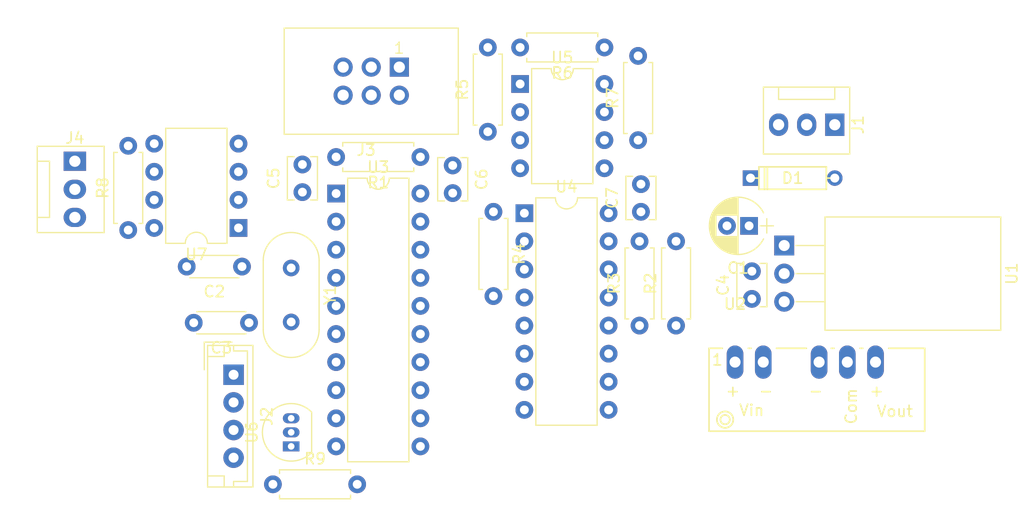
<source format=kicad_pcb>
(kicad_pcb (version 4) (host pcbnew 4.0.7)

  (general
    (links 76)
    (no_connects 76)
    (area 81.676142 76.353999 174.344001 123.671001)
    (thickness 1.6)
    (drawings 4)
    (tracks 0)
    (zones 0)
    (modules 29)
    (nets 37)
  )

  (page A4)
  (layers
    (0 F.Cu signal)
    (31 B.Cu signal)
    (32 B.Adhes user)
    (33 F.Adhes user)
    (34 B.Paste user)
    (35 F.Paste user)
    (36 B.SilkS user)
    (37 F.SilkS user)
    (38 B.Mask user)
    (39 F.Mask user)
    (40 Dwgs.User user)
    (41 Cmts.User user)
    (42 Eco1.User user)
    (43 Eco2.User user)
    (44 Edge.Cuts user)
    (45 Margin user)
    (46 B.CrtYd user)
    (47 F.CrtYd user)
    (48 B.Fab user)
    (49 F.Fab user)
  )

  (setup
    (last_trace_width 0.25)
    (trace_clearance 0.2)
    (zone_clearance 0.508)
    (zone_45_only no)
    (trace_min 0.2)
    (segment_width 0.2)
    (edge_width 0.15)
    (via_size 0.6)
    (via_drill 0.4)
    (via_min_size 0.4)
    (via_min_drill 0.3)
    (uvia_size 0.3)
    (uvia_drill 0.1)
    (uvias_allowed no)
    (uvia_min_size 0.2)
    (uvia_min_drill 0.1)
    (pcb_text_width 0.3)
    (pcb_text_size 1.5 1.5)
    (mod_edge_width 0.15)
    (mod_text_size 1 1)
    (mod_text_width 0.15)
    (pad_size 1.524 1.524)
    (pad_drill 0.762)
    (pad_to_mask_clearance 0.2)
    (aux_axis_origin 0 0)
    (visible_elements FFFFFF7F)
    (pcbplotparams
      (layerselection 0x00030_80000001)
      (usegerberextensions false)
      (excludeedgelayer true)
      (linewidth 0.100000)
      (plotframeref false)
      (viasonmask false)
      (mode 1)
      (useauxorigin false)
      (hpglpennumber 1)
      (hpglpenspeed 20)
      (hpglpendiameter 15)
      (hpglpenoverlay 2)
      (psnegative false)
      (psa4output false)
      (plotreference true)
      (plotvalue true)
      (plotinvisibletext false)
      (padsonsilk false)
      (subtractmaskfromsilk false)
      (outputformat 1)
      (mirror false)
      (drillshape 1)
      (scaleselection 1)
      (outputdirectory ""))
  )

  (net 0 "")
  (net 1 VDD)
  (net 2 GND)
  (net 3 "Net-(C2-Pad1)")
  (net 4 "Net-(C3-Pad1)")
  (net 5 "Net-(C4-Pad1)")
  (net 6 /RESET)
  (net 7 VCC)
  (net 8 "Net-(C7-Pad1)")
  (net 9 -15V)
  (net 10 "Net-(D1-Pad2)")
  (net 11 /AnalogOut)
  (net 12 /Trig)
  (net 13 /Echo)
  (net 14 /MISO)
  (net 15 /PB7)
  (net 16 /MOSI)
  (net 17 "Net-(J4-Pad1)")
  (net 18 "Net-(J4-Pad2)")
  (net 19 "Net-(R2-Pad2)")
  (net 20 "Net-(R3-Pad2)")
  (net 21 "Net-(R4-Pad1)")
  (net 22 "Net-(R4-Pad2)")
  (net 23 "Net-(R5-Pad2)")
  (net 24 "Net-(R6-Pad1)")
  (net 25 +15V)
  (net 26 "Net-(U3-Pad11)")
  (net 27 /RXD)
  (net 28 /PB0)
  (net 29 /TXD)
  (net 30 /PB1)
  (net 31 /PB2)
  (net 32 /PB3)
  (net 33 /DR)
  (net 34 /PB4)
  (net 35 /OneWire)
  (net 36 "Net-(U4-Pad1)")

  (net_class Default "Dies ist die voreingestellte Netzklasse."
    (clearance 0.2)
    (trace_width 0.25)
    (via_dia 0.6)
    (via_drill 0.4)
    (uvia_dia 0.3)
    (uvia_drill 0.1)
    (add_net +15V)
    (add_net -15V)
    (add_net /AnalogOut)
    (add_net /DR)
    (add_net /Echo)
    (add_net /MISO)
    (add_net /MOSI)
    (add_net /OneWire)
    (add_net /PB0)
    (add_net /PB1)
    (add_net /PB2)
    (add_net /PB3)
    (add_net /PB4)
    (add_net /PB7)
    (add_net /RESET)
    (add_net /RXD)
    (add_net /TXD)
    (add_net /Trig)
    (add_net GND)
    (add_net "Net-(C2-Pad1)")
    (add_net "Net-(C3-Pad1)")
    (add_net "Net-(C4-Pad1)")
    (add_net "Net-(C7-Pad1)")
    (add_net "Net-(D1-Pad2)")
    (add_net "Net-(J4-Pad1)")
    (add_net "Net-(J4-Pad2)")
    (add_net "Net-(R2-Pad2)")
    (add_net "Net-(R3-Pad2)")
    (add_net "Net-(R4-Pad1)")
    (add_net "Net-(R4-Pad2)")
    (add_net "Net-(R5-Pad2)")
    (add_net "Net-(R6-Pad1)")
    (add_net "Net-(U3-Pad11)")
    (add_net "Net-(U4-Pad1)")
    (add_net VCC)
    (add_net VDD)
  )

  (module Capacitors_THT:CP_Radial_D5.0mm_P2.00mm (layer F.Cu) (tedit 597BC7C2) (tstamp 5A5A0FAA)
    (at 149.479 96.774 180)
    (descr "CP, Radial series, Radial, pin pitch=2.00mm, , diameter=5mm, Electrolytic Capacitor")
    (tags "CP Radial series Radial pin pitch 2.00mm  diameter 5mm Electrolytic Capacitor")
    (path /5A59AB9D)
    (fp_text reference C1 (at 1 -3.81 180) (layer F.SilkS)
      (effects (font (size 1 1) (thickness 0.15)))
    )
    (fp_text value CP (at 1 3.81 180) (layer F.Fab)
      (effects (font (size 1 1) (thickness 0.15)))
    )
    (fp_arc (start 1 0) (end -1.30558 -1.18) (angle 125.8) (layer F.SilkS) (width 0.12))
    (fp_arc (start 1 0) (end -1.30558 1.18) (angle -125.8) (layer F.SilkS) (width 0.12))
    (fp_arc (start 1 0) (end 3.30558 -1.18) (angle 54.2) (layer F.SilkS) (width 0.12))
    (fp_circle (center 1 0) (end 3.5 0) (layer F.Fab) (width 0.1))
    (fp_line (start -2.2 0) (end -1 0) (layer F.Fab) (width 0.1))
    (fp_line (start -1.6 -0.65) (end -1.6 0.65) (layer F.Fab) (width 0.1))
    (fp_line (start 1 -2.55) (end 1 2.55) (layer F.SilkS) (width 0.12))
    (fp_line (start 1.04 -2.55) (end 1.04 -0.98) (layer F.SilkS) (width 0.12))
    (fp_line (start 1.04 0.98) (end 1.04 2.55) (layer F.SilkS) (width 0.12))
    (fp_line (start 1.08 -2.549) (end 1.08 -0.98) (layer F.SilkS) (width 0.12))
    (fp_line (start 1.08 0.98) (end 1.08 2.549) (layer F.SilkS) (width 0.12))
    (fp_line (start 1.12 -2.548) (end 1.12 -0.98) (layer F.SilkS) (width 0.12))
    (fp_line (start 1.12 0.98) (end 1.12 2.548) (layer F.SilkS) (width 0.12))
    (fp_line (start 1.16 -2.546) (end 1.16 -0.98) (layer F.SilkS) (width 0.12))
    (fp_line (start 1.16 0.98) (end 1.16 2.546) (layer F.SilkS) (width 0.12))
    (fp_line (start 1.2 -2.543) (end 1.2 -0.98) (layer F.SilkS) (width 0.12))
    (fp_line (start 1.2 0.98) (end 1.2 2.543) (layer F.SilkS) (width 0.12))
    (fp_line (start 1.24 -2.539) (end 1.24 -0.98) (layer F.SilkS) (width 0.12))
    (fp_line (start 1.24 0.98) (end 1.24 2.539) (layer F.SilkS) (width 0.12))
    (fp_line (start 1.28 -2.535) (end 1.28 -0.98) (layer F.SilkS) (width 0.12))
    (fp_line (start 1.28 0.98) (end 1.28 2.535) (layer F.SilkS) (width 0.12))
    (fp_line (start 1.32 -2.531) (end 1.32 -0.98) (layer F.SilkS) (width 0.12))
    (fp_line (start 1.32 0.98) (end 1.32 2.531) (layer F.SilkS) (width 0.12))
    (fp_line (start 1.36 -2.525) (end 1.36 -0.98) (layer F.SilkS) (width 0.12))
    (fp_line (start 1.36 0.98) (end 1.36 2.525) (layer F.SilkS) (width 0.12))
    (fp_line (start 1.4 -2.519) (end 1.4 -0.98) (layer F.SilkS) (width 0.12))
    (fp_line (start 1.4 0.98) (end 1.4 2.519) (layer F.SilkS) (width 0.12))
    (fp_line (start 1.44 -2.513) (end 1.44 -0.98) (layer F.SilkS) (width 0.12))
    (fp_line (start 1.44 0.98) (end 1.44 2.513) (layer F.SilkS) (width 0.12))
    (fp_line (start 1.48 -2.506) (end 1.48 -0.98) (layer F.SilkS) (width 0.12))
    (fp_line (start 1.48 0.98) (end 1.48 2.506) (layer F.SilkS) (width 0.12))
    (fp_line (start 1.52 -2.498) (end 1.52 -0.98) (layer F.SilkS) (width 0.12))
    (fp_line (start 1.52 0.98) (end 1.52 2.498) (layer F.SilkS) (width 0.12))
    (fp_line (start 1.56 -2.489) (end 1.56 -0.98) (layer F.SilkS) (width 0.12))
    (fp_line (start 1.56 0.98) (end 1.56 2.489) (layer F.SilkS) (width 0.12))
    (fp_line (start 1.6 -2.48) (end 1.6 -0.98) (layer F.SilkS) (width 0.12))
    (fp_line (start 1.6 0.98) (end 1.6 2.48) (layer F.SilkS) (width 0.12))
    (fp_line (start 1.64 -2.47) (end 1.64 -0.98) (layer F.SilkS) (width 0.12))
    (fp_line (start 1.64 0.98) (end 1.64 2.47) (layer F.SilkS) (width 0.12))
    (fp_line (start 1.68 -2.46) (end 1.68 -0.98) (layer F.SilkS) (width 0.12))
    (fp_line (start 1.68 0.98) (end 1.68 2.46) (layer F.SilkS) (width 0.12))
    (fp_line (start 1.721 -2.448) (end 1.721 -0.98) (layer F.SilkS) (width 0.12))
    (fp_line (start 1.721 0.98) (end 1.721 2.448) (layer F.SilkS) (width 0.12))
    (fp_line (start 1.761 -2.436) (end 1.761 -0.98) (layer F.SilkS) (width 0.12))
    (fp_line (start 1.761 0.98) (end 1.761 2.436) (layer F.SilkS) (width 0.12))
    (fp_line (start 1.801 -2.424) (end 1.801 -0.98) (layer F.SilkS) (width 0.12))
    (fp_line (start 1.801 0.98) (end 1.801 2.424) (layer F.SilkS) (width 0.12))
    (fp_line (start 1.841 -2.41) (end 1.841 -0.98) (layer F.SilkS) (width 0.12))
    (fp_line (start 1.841 0.98) (end 1.841 2.41) (layer F.SilkS) (width 0.12))
    (fp_line (start 1.881 -2.396) (end 1.881 -0.98) (layer F.SilkS) (width 0.12))
    (fp_line (start 1.881 0.98) (end 1.881 2.396) (layer F.SilkS) (width 0.12))
    (fp_line (start 1.921 -2.382) (end 1.921 -0.98) (layer F.SilkS) (width 0.12))
    (fp_line (start 1.921 0.98) (end 1.921 2.382) (layer F.SilkS) (width 0.12))
    (fp_line (start 1.961 -2.366) (end 1.961 -0.98) (layer F.SilkS) (width 0.12))
    (fp_line (start 1.961 0.98) (end 1.961 2.366) (layer F.SilkS) (width 0.12))
    (fp_line (start 2.001 -2.35) (end 2.001 -0.98) (layer F.SilkS) (width 0.12))
    (fp_line (start 2.001 0.98) (end 2.001 2.35) (layer F.SilkS) (width 0.12))
    (fp_line (start 2.041 -2.333) (end 2.041 -0.98) (layer F.SilkS) (width 0.12))
    (fp_line (start 2.041 0.98) (end 2.041 2.333) (layer F.SilkS) (width 0.12))
    (fp_line (start 2.081 -2.315) (end 2.081 -0.98) (layer F.SilkS) (width 0.12))
    (fp_line (start 2.081 0.98) (end 2.081 2.315) (layer F.SilkS) (width 0.12))
    (fp_line (start 2.121 -2.296) (end 2.121 -0.98) (layer F.SilkS) (width 0.12))
    (fp_line (start 2.121 0.98) (end 2.121 2.296) (layer F.SilkS) (width 0.12))
    (fp_line (start 2.161 -2.276) (end 2.161 -0.98) (layer F.SilkS) (width 0.12))
    (fp_line (start 2.161 0.98) (end 2.161 2.276) (layer F.SilkS) (width 0.12))
    (fp_line (start 2.201 -2.256) (end 2.201 -0.98) (layer F.SilkS) (width 0.12))
    (fp_line (start 2.201 0.98) (end 2.201 2.256) (layer F.SilkS) (width 0.12))
    (fp_line (start 2.241 -2.234) (end 2.241 -0.98) (layer F.SilkS) (width 0.12))
    (fp_line (start 2.241 0.98) (end 2.241 2.234) (layer F.SilkS) (width 0.12))
    (fp_line (start 2.281 -2.212) (end 2.281 -0.98) (layer F.SilkS) (width 0.12))
    (fp_line (start 2.281 0.98) (end 2.281 2.212) (layer F.SilkS) (width 0.12))
    (fp_line (start 2.321 -2.189) (end 2.321 -0.98) (layer F.SilkS) (width 0.12))
    (fp_line (start 2.321 0.98) (end 2.321 2.189) (layer F.SilkS) (width 0.12))
    (fp_line (start 2.361 -2.165) (end 2.361 -0.98) (layer F.SilkS) (width 0.12))
    (fp_line (start 2.361 0.98) (end 2.361 2.165) (layer F.SilkS) (width 0.12))
    (fp_line (start 2.401 -2.14) (end 2.401 -0.98) (layer F.SilkS) (width 0.12))
    (fp_line (start 2.401 0.98) (end 2.401 2.14) (layer F.SilkS) (width 0.12))
    (fp_line (start 2.441 -2.113) (end 2.441 -0.98) (layer F.SilkS) (width 0.12))
    (fp_line (start 2.441 0.98) (end 2.441 2.113) (layer F.SilkS) (width 0.12))
    (fp_line (start 2.481 -2.086) (end 2.481 -0.98) (layer F.SilkS) (width 0.12))
    (fp_line (start 2.481 0.98) (end 2.481 2.086) (layer F.SilkS) (width 0.12))
    (fp_line (start 2.521 -2.058) (end 2.521 -0.98) (layer F.SilkS) (width 0.12))
    (fp_line (start 2.521 0.98) (end 2.521 2.058) (layer F.SilkS) (width 0.12))
    (fp_line (start 2.561 -2.028) (end 2.561 -0.98) (layer F.SilkS) (width 0.12))
    (fp_line (start 2.561 0.98) (end 2.561 2.028) (layer F.SilkS) (width 0.12))
    (fp_line (start 2.601 -1.997) (end 2.601 -0.98) (layer F.SilkS) (width 0.12))
    (fp_line (start 2.601 0.98) (end 2.601 1.997) (layer F.SilkS) (width 0.12))
    (fp_line (start 2.641 -1.965) (end 2.641 -0.98) (layer F.SilkS) (width 0.12))
    (fp_line (start 2.641 0.98) (end 2.641 1.965) (layer F.SilkS) (width 0.12))
    (fp_line (start 2.681 -1.932) (end 2.681 -0.98) (layer F.SilkS) (width 0.12))
    (fp_line (start 2.681 0.98) (end 2.681 1.932) (layer F.SilkS) (width 0.12))
    (fp_line (start 2.721 -1.897) (end 2.721 -0.98) (layer F.SilkS) (width 0.12))
    (fp_line (start 2.721 0.98) (end 2.721 1.897) (layer F.SilkS) (width 0.12))
    (fp_line (start 2.761 -1.861) (end 2.761 -0.98) (layer F.SilkS) (width 0.12))
    (fp_line (start 2.761 0.98) (end 2.761 1.861) (layer F.SilkS) (width 0.12))
    (fp_line (start 2.801 -1.823) (end 2.801 -0.98) (layer F.SilkS) (width 0.12))
    (fp_line (start 2.801 0.98) (end 2.801 1.823) (layer F.SilkS) (width 0.12))
    (fp_line (start 2.841 -1.783) (end 2.841 -0.98) (layer F.SilkS) (width 0.12))
    (fp_line (start 2.841 0.98) (end 2.841 1.783) (layer F.SilkS) (width 0.12))
    (fp_line (start 2.881 -1.742) (end 2.881 -0.98) (layer F.SilkS) (width 0.12))
    (fp_line (start 2.881 0.98) (end 2.881 1.742) (layer F.SilkS) (width 0.12))
    (fp_line (start 2.921 -1.699) (end 2.921 -0.98) (layer F.SilkS) (width 0.12))
    (fp_line (start 2.921 0.98) (end 2.921 1.699) (layer F.SilkS) (width 0.12))
    (fp_line (start 2.961 -1.654) (end 2.961 -0.98) (layer F.SilkS) (width 0.12))
    (fp_line (start 2.961 0.98) (end 2.961 1.654) (layer F.SilkS) (width 0.12))
    (fp_line (start 3.001 -1.606) (end 3.001 1.606) (layer F.SilkS) (width 0.12))
    (fp_line (start 3.041 -1.556) (end 3.041 1.556) (layer F.SilkS) (width 0.12))
    (fp_line (start 3.081 -1.504) (end 3.081 1.504) (layer F.SilkS) (width 0.12))
    (fp_line (start 3.121 -1.448) (end 3.121 1.448) (layer F.SilkS) (width 0.12))
    (fp_line (start 3.161 -1.39) (end 3.161 1.39) (layer F.SilkS) (width 0.12))
    (fp_line (start 3.201 -1.327) (end 3.201 1.327) (layer F.SilkS) (width 0.12))
    (fp_line (start 3.241 -1.261) (end 3.241 1.261) (layer F.SilkS) (width 0.12))
    (fp_line (start 3.281 -1.189) (end 3.281 1.189) (layer F.SilkS) (width 0.12))
    (fp_line (start 3.321 -1.112) (end 3.321 1.112) (layer F.SilkS) (width 0.12))
    (fp_line (start 3.361 -1.028) (end 3.361 1.028) (layer F.SilkS) (width 0.12))
    (fp_line (start 3.401 -0.934) (end 3.401 0.934) (layer F.SilkS) (width 0.12))
    (fp_line (start 3.441 -0.829) (end 3.441 0.829) (layer F.SilkS) (width 0.12))
    (fp_line (start 3.481 -0.707) (end 3.481 0.707) (layer F.SilkS) (width 0.12))
    (fp_line (start 3.521 -0.559) (end 3.521 0.559) (layer F.SilkS) (width 0.12))
    (fp_line (start 3.561 -0.354) (end 3.561 0.354) (layer F.SilkS) (width 0.12))
    (fp_line (start -2.2 0) (end -1 0) (layer F.SilkS) (width 0.12))
    (fp_line (start -1.6 -0.65) (end -1.6 0.65) (layer F.SilkS) (width 0.12))
    (fp_line (start -1.85 -2.85) (end -1.85 2.85) (layer F.CrtYd) (width 0.05))
    (fp_line (start -1.85 2.85) (end 3.85 2.85) (layer F.CrtYd) (width 0.05))
    (fp_line (start 3.85 2.85) (end 3.85 -2.85) (layer F.CrtYd) (width 0.05))
    (fp_line (start 3.85 -2.85) (end -1.85 -2.85) (layer F.CrtYd) (width 0.05))
    (fp_text user %R (at 1 0 180) (layer F.Fab)
      (effects (font (size 1 1) (thickness 0.15)))
    )
    (pad 1 thru_hole rect (at 0 0 180) (size 1.6 1.6) (drill 0.8) (layers *.Cu *.Mask)
      (net 1 VDD))
    (pad 2 thru_hole circle (at 2 0 180) (size 1.6 1.6) (drill 0.8) (layers *.Cu *.Mask)
      (net 2 GND))
    (model ${KISYS3DMOD}/Capacitors_THT.3dshapes/CP_Radial_D5.0mm_P2.00mm.wrl
      (at (xyz 0 0 0))
      (scale (xyz 1 1 1))
      (rotate (xyz 0 0 0))
    )
  )

  (module Capacitors_THT:C_Disc_D4.3mm_W1.9mm_P5.00mm (layer F.Cu) (tedit 597BC7C2) (tstamp 5A5A0FB6)
    (at 104.267 105.537 180)
    (descr "C, Disc series, Radial, pin pitch=5.00mm, , diameter*width=4.3*1.9mm^2, Capacitor, http://www.vishay.com/docs/45233/krseries.pdf")
    (tags "C Disc series Radial pin pitch 5.00mm  diameter 4.3mm width 1.9mm Capacitor")
    (path /5A59B05C)
    (fp_text reference C3 (at 2.5 -2.26 180) (layer F.SilkS)
      (effects (font (size 1 1) (thickness 0.15)))
    )
    (fp_text value C (at 2.5 2.26 180) (layer F.Fab)
      (effects (font (size 1 1) (thickness 0.15)))
    )
    (fp_line (start 0.35 -0.95) (end 0.35 0.95) (layer F.Fab) (width 0.1))
    (fp_line (start 0.35 0.95) (end 4.65 0.95) (layer F.Fab) (width 0.1))
    (fp_line (start 4.65 0.95) (end 4.65 -0.95) (layer F.Fab) (width 0.1))
    (fp_line (start 4.65 -0.95) (end 0.35 -0.95) (layer F.Fab) (width 0.1))
    (fp_line (start 0.29 -1.01) (end 4.71 -1.01) (layer F.SilkS) (width 0.12))
    (fp_line (start 0.29 1.01) (end 4.71 1.01) (layer F.SilkS) (width 0.12))
    (fp_line (start 0.29 -1.01) (end 0.29 -0.996) (layer F.SilkS) (width 0.12))
    (fp_line (start 0.29 0.996) (end 0.29 1.01) (layer F.SilkS) (width 0.12))
    (fp_line (start 4.71 -1.01) (end 4.71 -0.996) (layer F.SilkS) (width 0.12))
    (fp_line (start 4.71 0.996) (end 4.71 1.01) (layer F.SilkS) (width 0.12))
    (fp_line (start -1.05 -1.3) (end -1.05 1.3) (layer F.CrtYd) (width 0.05))
    (fp_line (start -1.05 1.3) (end 6.05 1.3) (layer F.CrtYd) (width 0.05))
    (fp_line (start 6.05 1.3) (end 6.05 -1.3) (layer F.CrtYd) (width 0.05))
    (fp_line (start 6.05 -1.3) (end -1.05 -1.3) (layer F.CrtYd) (width 0.05))
    (fp_text user %R (at 2.5 0 180) (layer F.Fab)
      (effects (font (size 1 1) (thickness 0.15)))
    )
    (pad 1 thru_hole circle (at 0 0 180) (size 1.6 1.6) (drill 0.8) (layers *.Cu *.Mask)
      (net 4 "Net-(C3-Pad1)"))
    (pad 2 thru_hole circle (at 5 0 180) (size 1.6 1.6) (drill 0.8) (layers *.Cu *.Mask)
      (net 2 GND))
    (model ${KISYS3DMOD}/Capacitors_THT.3dshapes/C_Disc_D4.3mm_W1.9mm_P5.00mm.wrl
      (at (xyz 0 0 0))
      (scale (xyz 1 1 1))
      (rotate (xyz 0 0 0))
    )
  )

  (module Capacitors_THT:C_Disc_D3.8mm_W2.6mm_P2.50mm (layer F.Cu) (tedit 597BC7C2) (tstamp 5A5A0FC2)
    (at 109.093 93.726 90)
    (descr "C, Disc series, Radial, pin pitch=2.50mm, , diameter*width=3.8*2.6mm^2, Capacitor, http://www.vishay.com/docs/45233/krseries.pdf")
    (tags "C Disc series Radial pin pitch 2.50mm  diameter 3.8mm width 2.6mm Capacitor")
    (path /5A59AFC2)
    (fp_text reference C5 (at 1.25 -2.61 90) (layer F.SilkS)
      (effects (font (size 1 1) (thickness 0.15)))
    )
    (fp_text value C (at 1.25 2.61 90) (layer F.Fab)
      (effects (font (size 1 1) (thickness 0.15)))
    )
    (fp_line (start -0.65 -1.3) (end -0.65 1.3) (layer F.Fab) (width 0.1))
    (fp_line (start -0.65 1.3) (end 3.15 1.3) (layer F.Fab) (width 0.1))
    (fp_line (start 3.15 1.3) (end 3.15 -1.3) (layer F.Fab) (width 0.1))
    (fp_line (start 3.15 -1.3) (end -0.65 -1.3) (layer F.Fab) (width 0.1))
    (fp_line (start -0.71 -1.36) (end 3.21 -1.36) (layer F.SilkS) (width 0.12))
    (fp_line (start -0.71 1.36) (end 3.21 1.36) (layer F.SilkS) (width 0.12))
    (fp_line (start -0.71 -1.36) (end -0.71 -0.75) (layer F.SilkS) (width 0.12))
    (fp_line (start -0.71 0.75) (end -0.71 1.36) (layer F.SilkS) (width 0.12))
    (fp_line (start 3.21 -1.36) (end 3.21 -0.75) (layer F.SilkS) (width 0.12))
    (fp_line (start 3.21 0.75) (end 3.21 1.36) (layer F.SilkS) (width 0.12))
    (fp_line (start -1.05 -1.65) (end -1.05 1.65) (layer F.CrtYd) (width 0.05))
    (fp_line (start -1.05 1.65) (end 3.55 1.65) (layer F.CrtYd) (width 0.05))
    (fp_line (start 3.55 1.65) (end 3.55 -1.65) (layer F.CrtYd) (width 0.05))
    (fp_line (start 3.55 -1.65) (end -1.05 -1.65) (layer F.CrtYd) (width 0.05))
    (fp_text user %R (at 1.25 0 90) (layer F.Fab)
      (effects (font (size 1 1) (thickness 0.15)))
    )
    (pad 1 thru_hole circle (at 0 0 90) (size 1.6 1.6) (drill 0.8) (layers *.Cu *.Mask)
      (net 6 /RESET))
    (pad 2 thru_hole circle (at 2.5 0 90) (size 1.6 1.6) (drill 0.8) (layers *.Cu *.Mask)
      (net 2 GND))
    (model ${KISYS3DMOD}/Capacitors_THT.3dshapes/C_Disc_D3.8mm_W2.6mm_P2.50mm.wrl
      (at (xyz 0 0 0))
      (scale (xyz 1 1 1))
      (rotate (xyz 0 0 0))
    )
  )

  (module Capacitors_THT:C_Disc_D3.8mm_W2.6mm_P2.50mm (layer F.Cu) (tedit 597BC7C2) (tstamp 5A5A0FC8)
    (at 122.682 91.313 270)
    (descr "C, Disc series, Radial, pin pitch=2.50mm, , diameter*width=3.8*2.6mm^2, Capacitor, http://www.vishay.com/docs/45233/krseries.pdf")
    (tags "C Disc series Radial pin pitch 2.50mm  diameter 3.8mm width 2.6mm Capacitor")
    (path /5A59B09F)
    (fp_text reference C6 (at 1.25 -2.61 270) (layer F.SilkS)
      (effects (font (size 1 1) (thickness 0.15)))
    )
    (fp_text value C (at 1.25 2.61 270) (layer F.Fab)
      (effects (font (size 1 1) (thickness 0.15)))
    )
    (fp_line (start -0.65 -1.3) (end -0.65 1.3) (layer F.Fab) (width 0.1))
    (fp_line (start -0.65 1.3) (end 3.15 1.3) (layer F.Fab) (width 0.1))
    (fp_line (start 3.15 1.3) (end 3.15 -1.3) (layer F.Fab) (width 0.1))
    (fp_line (start 3.15 -1.3) (end -0.65 -1.3) (layer F.Fab) (width 0.1))
    (fp_line (start -0.71 -1.36) (end 3.21 -1.36) (layer F.SilkS) (width 0.12))
    (fp_line (start -0.71 1.36) (end 3.21 1.36) (layer F.SilkS) (width 0.12))
    (fp_line (start -0.71 -1.36) (end -0.71 -0.75) (layer F.SilkS) (width 0.12))
    (fp_line (start -0.71 0.75) (end -0.71 1.36) (layer F.SilkS) (width 0.12))
    (fp_line (start 3.21 -1.36) (end 3.21 -0.75) (layer F.SilkS) (width 0.12))
    (fp_line (start 3.21 0.75) (end 3.21 1.36) (layer F.SilkS) (width 0.12))
    (fp_line (start -1.05 -1.65) (end -1.05 1.65) (layer F.CrtYd) (width 0.05))
    (fp_line (start -1.05 1.65) (end 3.55 1.65) (layer F.CrtYd) (width 0.05))
    (fp_line (start 3.55 1.65) (end 3.55 -1.65) (layer F.CrtYd) (width 0.05))
    (fp_line (start 3.55 -1.65) (end -1.05 -1.65) (layer F.CrtYd) (width 0.05))
    (fp_text user %R (at 1.25 0 270) (layer F.Fab)
      (effects (font (size 1 1) (thickness 0.15)))
    )
    (pad 1 thru_hole circle (at 0 0 270) (size 1.6 1.6) (drill 0.8) (layers *.Cu *.Mask)
      (net 2 GND))
    (pad 2 thru_hole circle (at 2.5 0 270) (size 1.6 1.6) (drill 0.8) (layers *.Cu *.Mask)
      (net 7 VCC))
    (model ${KISYS3DMOD}/Capacitors_THT.3dshapes/C_Disc_D3.8mm_W2.6mm_P2.50mm.wrl
      (at (xyz 0 0 0))
      (scale (xyz 1 1 1))
      (rotate (xyz 0 0 0))
    )
  )

  (module Capacitors_THT:C_Disc_D3.8mm_W2.6mm_P2.50mm (layer F.Cu) (tedit 597BC7C2) (tstamp 5A5A0FCE)
    (at 139.7 95.504 90)
    (descr "C, Disc series, Radial, pin pitch=2.50mm, , diameter*width=3.8*2.6mm^2, Capacitor, http://www.vishay.com/docs/45233/krseries.pdf")
    (tags "C Disc series Radial pin pitch 2.50mm  diameter 3.8mm width 2.6mm Capacitor")
    (path /5A5A2A9C)
    (fp_text reference C7 (at 1.25 -2.61 90) (layer F.SilkS)
      (effects (font (size 1 1) (thickness 0.15)))
    )
    (fp_text value C (at 1.25 2.61 90) (layer F.Fab)
      (effects (font (size 1 1) (thickness 0.15)))
    )
    (fp_line (start -0.65 -1.3) (end -0.65 1.3) (layer F.Fab) (width 0.1))
    (fp_line (start -0.65 1.3) (end 3.15 1.3) (layer F.Fab) (width 0.1))
    (fp_line (start 3.15 1.3) (end 3.15 -1.3) (layer F.Fab) (width 0.1))
    (fp_line (start 3.15 -1.3) (end -0.65 -1.3) (layer F.Fab) (width 0.1))
    (fp_line (start -0.71 -1.36) (end 3.21 -1.36) (layer F.SilkS) (width 0.12))
    (fp_line (start -0.71 1.36) (end 3.21 1.36) (layer F.SilkS) (width 0.12))
    (fp_line (start -0.71 -1.36) (end -0.71 -0.75) (layer F.SilkS) (width 0.12))
    (fp_line (start -0.71 0.75) (end -0.71 1.36) (layer F.SilkS) (width 0.12))
    (fp_line (start 3.21 -1.36) (end 3.21 -0.75) (layer F.SilkS) (width 0.12))
    (fp_line (start 3.21 0.75) (end 3.21 1.36) (layer F.SilkS) (width 0.12))
    (fp_line (start -1.05 -1.65) (end -1.05 1.65) (layer F.CrtYd) (width 0.05))
    (fp_line (start -1.05 1.65) (end 3.55 1.65) (layer F.CrtYd) (width 0.05))
    (fp_line (start 3.55 1.65) (end 3.55 -1.65) (layer F.CrtYd) (width 0.05))
    (fp_line (start 3.55 -1.65) (end -1.05 -1.65) (layer F.CrtYd) (width 0.05))
    (fp_text user %R (at 1.25 0 90) (layer F.Fab)
      (effects (font (size 1 1) (thickness 0.15)))
    )
    (pad 1 thru_hole circle (at 0 0 90) (size 1.6 1.6) (drill 0.8) (layers *.Cu *.Mask)
      (net 8 "Net-(C7-Pad1)"))
    (pad 2 thru_hole circle (at 2.5 0 90) (size 1.6 1.6) (drill 0.8) (layers *.Cu *.Mask)
      (net 9 -15V))
    (model ${KISYS3DMOD}/Capacitors_THT.3dshapes/C_Disc_D3.8mm_W2.6mm_P2.50mm.wrl
      (at (xyz 0 0 0))
      (scale (xyz 1 1 1))
      (rotate (xyz 0 0 0))
    )
  )

  (module discret:D3 (layer F.Cu) (tedit 0) (tstamp 5A5A0FD4)
    (at 153.416 92.456 180)
    (descr "Diode 3 pas")
    (tags "DIODE DEV")
    (path /5A59AAC2)
    (fp_text reference D1 (at 0 0 180) (layer F.SilkS)
      (effects (font (size 1 1) (thickness 0.15)))
    )
    (fp_text value D (at 0 0 180) (layer F.Fab)
      (effects (font (size 1 1) (thickness 0.15)))
    )
    (fp_line (start 3.81 0) (end 3.048 0) (layer F.SilkS) (width 0.15))
    (fp_line (start 3.048 0) (end 3.048 -1.016) (layer F.SilkS) (width 0.15))
    (fp_line (start 3.048 -1.016) (end -3.048 -1.016) (layer F.SilkS) (width 0.15))
    (fp_line (start -3.048 -1.016) (end -3.048 0) (layer F.SilkS) (width 0.15))
    (fp_line (start -3.048 0) (end -3.81 0) (layer F.SilkS) (width 0.15))
    (fp_line (start -3.048 0) (end -3.048 1.016) (layer F.SilkS) (width 0.15))
    (fp_line (start -3.048 1.016) (end 3.048 1.016) (layer F.SilkS) (width 0.15))
    (fp_line (start 3.048 1.016) (end 3.048 0) (layer F.SilkS) (width 0.15))
    (fp_line (start 2.54 -1.016) (end 2.54 1.016) (layer F.SilkS) (width 0.15))
    (fp_line (start 2.286 1.016) (end 2.286 -1.016) (layer F.SilkS) (width 0.15))
    (pad 1 thru_hole rect (at 3.81 0 180) (size 1.397 1.397) (drill 0.8128) (layers *.Cu *.Mask)
      (net 1 VDD))
    (pad 2 thru_hole circle (at -3.81 0 180) (size 1.397 1.397) (drill 0.8128) (layers *.Cu *.Mask)
      (net 10 "Net-(D1-Pad2)"))
    (model Discret.3dshapes/D3.wrl
      (at (xyz 0 0 0))
      (scale (xyz 0.3 0.3 0.3))
      (rotate (xyz 0 0 0))
    )
  )

  (module Connectors:Fan_Pin_Header_Straight_1x03 (layer F.Cu) (tedit 58130A41) (tstamp 5A5A0FDB)
    (at 157.226 87.63 270)
    (descr "3-pin CPU fan Through hole pin header")
    (tags "pin header 3-pin CPU fan")
    (path /5A59B817)
    (fp_text reference J1 (at 0 -2.1 270) (layer F.SilkS)
      (effects (font (size 1 1) (thickness 0.15)))
    )
    (fp_text value Conn_01x03_Male (at 0 7.25 270) (layer F.Fab)
      (effects (font (size 1 1) (thickness 0.15)))
    )
    (fp_text user %R (at 0 -2.1 270) (layer F.Fab)
      (effects (font (size 1 1) (thickness 0.15)))
    )
    (fp_line (start -3.4 -1.35) (end 2.65 -1.35) (layer F.SilkS) (width 0.12))
    (fp_line (start 2.65 -1.35) (end 2.65 6.45) (layer F.SilkS) (width 0.12))
    (fp_line (start 2.65 6.45) (end -3.4 6.45) (layer F.SilkS) (width 0.12))
    (fp_line (start -3.4 6.45) (end -3.4 -1.35) (layer F.SilkS) (width 0.12))
    (fp_line (start -3.3 5.05) (end -2.3 5.05) (layer F.Fab) (width 0.1))
    (fp_line (start -2.3 5.05) (end -2.3 0) (layer F.Fab) (width 0.1))
    (fp_line (start -2.3 0) (end -3.3 0) (layer F.Fab) (width 0.1))
    (fp_line (start -3.3 -1.25) (end 2.55 -1.25) (layer F.Fab) (width 0.1))
    (fp_line (start 2.55 -1.25) (end 2.55 6.35) (layer F.Fab) (width 0.1))
    (fp_line (start 2.55 6.35) (end -3.3 6.35) (layer F.Fab) (width 0.1))
    (fp_line (start -3.3 6.35) (end -3.3 -1.25) (layer F.Fab) (width 0.1))
    (fp_line (start -3.3 0) (end -2.29 0) (layer F.SilkS) (width 0.12))
    (fp_line (start -2.29 0) (end -2.29 5.08) (layer F.SilkS) (width 0.12))
    (fp_line (start -2.29 5.08) (end -3.3 5.08) (layer F.SilkS) (width 0.12))
    (fp_line (start -3.8 -1.75) (end 3.05 -1.75) (layer F.CrtYd) (width 0.05))
    (fp_line (start -3.8 -1.75) (end -3.8 6.85) (layer F.CrtYd) (width 0.05))
    (fp_line (start 3.05 6.85) (end 3.05 -1.75) (layer F.CrtYd) (width 0.05))
    (fp_line (start 3.05 6.85) (end -3.8 6.85) (layer F.CrtYd) (width 0.05))
    (pad 1 thru_hole rect (at 0 0 270) (size 2.03 1.73) (drill 1.02) (layers *.Cu *.Mask)
      (net 10 "Net-(D1-Pad2)"))
    (pad 2 thru_hole oval (at 0 2.54 270) (size 2.03 1.73) (drill 1.02) (layers *.Cu *.Mask)
      (net 2 GND))
    (pad 3 thru_hole oval (at 0 5.08 270) (size 2.03 1.73) (drill 1.02) (layers *.Cu *.Mask)
      (net 11 /AnalogOut))
    (model Connectors.3dshapes\Fan_Pin_Header_Straight_1x03.wrl
      (at (xyz 0 0 0))
      (scale (xyz 0.39 0.39 0.39))
      (rotate (xyz 0 0 -90))
    )
  )

  (module Connectors_JST:JST_EH_B04B-EH-A_04x2.50mm_Straight (layer F.Cu) (tedit 58A3B0B5) (tstamp 5A5A0FE3)
    (at 102.87 110.236 270)
    (descr "JST EH series connector, B04B-EH-A, 2.50mm pitch, top entry")
    (tags "connector jst eh top vertical straight")
    (path /5A59AB3C)
    (fp_text reference J2 (at 3.75 -3 270) (layer F.SilkS)
      (effects (font (size 1 1) (thickness 0.15)))
    )
    (fp_text value Conn_01x04_Male (at 3.75 3.5 270) (layer F.Fab)
      (effects (font (size 1 1) (thickness 0.15)))
    )
    (fp_text user %R (at 3.75 -3 270) (layer F.Fab)
      (effects (font (size 1 1) (thickness 0.15)))
    )
    (fp_line (start -2.5 -1.6) (end -2.5 2.2) (layer F.Fab) (width 0.1))
    (fp_line (start -2.5 2.2) (end 10 2.2) (layer F.Fab) (width 0.1))
    (fp_line (start 10 2.2) (end 10 -1.6) (layer F.Fab) (width 0.1))
    (fp_line (start 10 -1.6) (end -2.5 -1.6) (layer F.Fab) (width 0.1))
    (fp_line (start -2.65 -1.75) (end -2.65 2.35) (layer F.SilkS) (width 0.12))
    (fp_line (start -2.65 2.35) (end 10.15 2.35) (layer F.SilkS) (width 0.12))
    (fp_line (start 10.15 2.35) (end 10.15 -1.75) (layer F.SilkS) (width 0.12))
    (fp_line (start 10.15 -1.75) (end -2.65 -1.75) (layer F.SilkS) (width 0.12))
    (fp_line (start -2.65 0) (end -2.15 0) (layer F.SilkS) (width 0.12))
    (fp_line (start -2.15 0) (end -2.15 -1.25) (layer F.SilkS) (width 0.12))
    (fp_line (start -2.15 -1.25) (end 9.65 -1.25) (layer F.SilkS) (width 0.12))
    (fp_line (start 9.65 -1.25) (end 9.65 0) (layer F.SilkS) (width 0.12))
    (fp_line (start 9.65 0) (end 10.15 0) (layer F.SilkS) (width 0.12))
    (fp_line (start -2.65 0.85) (end -1.65 0.85) (layer F.SilkS) (width 0.12))
    (fp_line (start -1.65 0.85) (end -1.65 2.35) (layer F.SilkS) (width 0.12))
    (fp_line (start 10.15 0.85) (end 9.15 0.85) (layer F.SilkS) (width 0.12))
    (fp_line (start 9.15 0.85) (end 9.15 2.35) (layer F.SilkS) (width 0.12))
    (fp_line (start -2.95 0.15) (end -2.95 2.65) (layer F.SilkS) (width 0.12))
    (fp_line (start -2.95 2.65) (end -0.45 2.65) (layer F.SilkS) (width 0.12))
    (fp_line (start -2.95 0.15) (end -2.95 2.65) (layer F.Fab) (width 0.1))
    (fp_line (start -2.95 2.65) (end -0.45 2.65) (layer F.Fab) (width 0.1))
    (fp_line (start -3.15 -2.25) (end -3.15 2.85) (layer F.CrtYd) (width 0.05))
    (fp_line (start -3.15 2.85) (end 10.65 2.85) (layer F.CrtYd) (width 0.05))
    (fp_line (start 10.65 2.85) (end 10.65 -2.25) (layer F.CrtYd) (width 0.05))
    (fp_line (start 10.65 -2.25) (end -3.15 -2.25) (layer F.CrtYd) (width 0.05))
    (pad 1 thru_hole rect (at 0 0 270) (size 1.85 1.85) (drill 0.9) (layers *.Cu *.Mask)
      (net 7 VCC))
    (pad 2 thru_hole circle (at 2.5 0 270) (size 1.85 1.85) (drill 0.9) (layers *.Cu *.Mask)
      (net 12 /Trig))
    (pad 3 thru_hole circle (at 5 0 270) (size 1.85 1.85) (drill 0.9) (layers *.Cu *.Mask)
      (net 13 /Echo))
    (pad 4 thru_hole circle (at 7.5 0 270) (size 1.85 1.85) (drill 0.9) (layers *.Cu *.Mask)
      (net 2 GND))
    (model Connectors_JST.3dshapes/JST_EH_B04B-EH-A_04x2.50mm_Straight.wrl
      (at (xyz 0 0 0))
      (scale (xyz 1 1 1))
      (rotate (xyz 0 0 0))
    )
  )

  (module Connectors:IDC_Header_Straight_6pins (layer F.Cu) (tedit 584BD5A1) (tstamp 5A5A0FED)
    (at 117.856 82.423 180)
    (descr "6 pins through hole IDC header")
    (tags "IDC header socket VASCH AVR ISP")
    (path /5A5A7CCF)
    (fp_text reference J3 (at 3 -7.5 180) (layer F.SilkS)
      (effects (font (size 1 1) (thickness 0.15)))
    )
    (fp_text value Conn_02x03_Odd_Even (at 3 5 180) (layer F.Fab)
      (effects (font (size 1 1) (thickness 0.15)))
    )
    (fp_line (start -5.08 -5.82) (end 10.16 -5.82) (layer F.Fab) (width 0.1))
    (fp_line (start -4.54 -5.27) (end 9.6 -5.27) (layer F.Fab) (width 0.1))
    (fp_line (start -5.08 3.28) (end 10.16 3.28) (layer F.Fab) (width 0.1))
    (fp_line (start -4.54 2.73) (end 0.29 2.73) (layer F.Fab) (width 0.1))
    (fp_line (start 4.79 2.73) (end 9.6 2.73) (layer F.Fab) (width 0.1))
    (fp_line (start 0.29 2.73) (end 0.29 3.28) (layer F.Fab) (width 0.1))
    (fp_line (start 4.79 2.73) (end 4.79 3.28) (layer F.Fab) (width 0.1))
    (fp_line (start -5.08 -5.82) (end -5.08 3.28) (layer F.Fab) (width 0.1))
    (fp_line (start -4.54 -5.27) (end -4.54 2.73) (layer F.Fab) (width 0.1))
    (fp_line (start 10.16 -5.82) (end 10.16 3.28) (layer F.Fab) (width 0.1))
    (fp_line (start 9.6 -5.27) (end 9.6 2.73) (layer F.Fab) (width 0.1))
    (fp_line (start -5.08 -5.82) (end -4.54 -5.27) (layer F.Fab) (width 0.1))
    (fp_line (start 10.16 -5.82) (end 9.6 -5.27) (layer F.Fab) (width 0.1))
    (fp_line (start -5.08 3.28) (end -4.54 2.73) (layer F.Fab) (width 0.1))
    (fp_line (start 10.16 3.28) (end 9.6 2.73) (layer F.Fab) (width 0.1))
    (fp_line (start -5.58 -6.32) (end 10.66 -6.32) (layer F.CrtYd) (width 0.05))
    (fp_line (start 10.66 -6.32) (end 10.66 3.78) (layer F.CrtYd) (width 0.05))
    (fp_line (start 10.66 3.78) (end -5.58 3.78) (layer F.CrtYd) (width 0.05))
    (fp_line (start -5.58 3.78) (end -5.58 -6.32) (layer F.CrtYd) (width 0.05))
    (fp_text user 1 (at 0.02 1.72 180) (layer F.SilkS)
      (effects (font (size 1 1) (thickness 0.12)))
    )
    (fp_line (start -5.33 -6.07) (end 10.41 -6.07) (layer F.SilkS) (width 0.12))
    (fp_line (start 10.41 -6.07) (end 10.41 3.53) (layer F.SilkS) (width 0.12))
    (fp_line (start 10.41 3.53) (end -5.33 3.53) (layer F.SilkS) (width 0.12))
    (fp_line (start -5.33 3.53) (end -5.33 -6.07) (layer F.SilkS) (width 0.12))
    (pad 1 thru_hole rect (at 0 0 180) (size 1.7272 1.7272) (drill 1.016) (layers *.Cu *.Mask)
      (net 14 /MISO))
    (pad 2 thru_hole oval (at 0 -2.54 180) (size 1.7272 1.7272) (drill 1.016) (layers *.Cu *.Mask)
      (net 7 VCC))
    (pad 3 thru_hole oval (at 2.54 0 180) (size 1.7272 1.7272) (drill 1.016) (layers *.Cu *.Mask)
      (net 15 /PB7))
    (pad 4 thru_hole oval (at 2.54 -2.54 180) (size 1.7272 1.7272) (drill 1.016) (layers *.Cu *.Mask)
      (net 16 /MOSI))
    (pad 5 thru_hole oval (at 5.08 0 180) (size 1.7272 1.7272) (drill 1.016) (layers *.Cu *.Mask)
      (net 6 /RESET))
    (pad 6 thru_hole oval (at 5.08 -2.54 180) (size 1.7272 1.7272) (drill 1.016) (layers *.Cu *.Mask)
      (net 2 GND))
  )

  (module Connectors:Fan_Pin_Header_Straight_1x03 (layer F.Cu) (tedit 58130A41) (tstamp 5A5A0FF4)
    (at 88.519 90.932)
    (descr "3-pin CPU fan Through hole pin header")
    (tags "pin header 3-pin CPU fan")
    (path /5A59C7C3)
    (fp_text reference J4 (at 0 -2.1) (layer F.SilkS)
      (effects (font (size 1 1) (thickness 0.15)))
    )
    (fp_text value Conn_01x03_Male (at 0 7.25) (layer F.Fab)
      (effects (font (size 1 1) (thickness 0.15)))
    )
    (fp_text user %R (at 0 -2.1) (layer F.Fab)
      (effects (font (size 1 1) (thickness 0.15)))
    )
    (fp_line (start -3.4 -1.35) (end 2.65 -1.35) (layer F.SilkS) (width 0.12))
    (fp_line (start 2.65 -1.35) (end 2.65 6.45) (layer F.SilkS) (width 0.12))
    (fp_line (start 2.65 6.45) (end -3.4 6.45) (layer F.SilkS) (width 0.12))
    (fp_line (start -3.4 6.45) (end -3.4 -1.35) (layer F.SilkS) (width 0.12))
    (fp_line (start -3.3 5.05) (end -2.3 5.05) (layer F.Fab) (width 0.1))
    (fp_line (start -2.3 5.05) (end -2.3 0) (layer F.Fab) (width 0.1))
    (fp_line (start -2.3 0) (end -3.3 0) (layer F.Fab) (width 0.1))
    (fp_line (start -3.3 -1.25) (end 2.55 -1.25) (layer F.Fab) (width 0.1))
    (fp_line (start 2.55 -1.25) (end 2.55 6.35) (layer F.Fab) (width 0.1))
    (fp_line (start 2.55 6.35) (end -3.3 6.35) (layer F.Fab) (width 0.1))
    (fp_line (start -3.3 6.35) (end -3.3 -1.25) (layer F.Fab) (width 0.1))
    (fp_line (start -3.3 0) (end -2.29 0) (layer F.SilkS) (width 0.12))
    (fp_line (start -2.29 0) (end -2.29 5.08) (layer F.SilkS) (width 0.12))
    (fp_line (start -2.29 5.08) (end -3.3 5.08) (layer F.SilkS) (width 0.12))
    (fp_line (start -3.8 -1.75) (end 3.05 -1.75) (layer F.CrtYd) (width 0.05))
    (fp_line (start -3.8 -1.75) (end -3.8 6.85) (layer F.CrtYd) (width 0.05))
    (fp_line (start 3.05 6.85) (end 3.05 -1.75) (layer F.CrtYd) (width 0.05))
    (fp_line (start 3.05 6.85) (end -3.8 6.85) (layer F.CrtYd) (width 0.05))
    (pad 1 thru_hole rect (at 0 0) (size 2.03 1.73) (drill 1.02) (layers *.Cu *.Mask)
      (net 17 "Net-(J4-Pad1)"))
    (pad 2 thru_hole oval (at 0 2.54) (size 2.03 1.73) (drill 1.02) (layers *.Cu *.Mask)
      (net 18 "Net-(J4-Pad2)"))
    (pad 3 thru_hole oval (at 0 5.08) (size 2.03 1.73) (drill 1.02) (layers *.Cu *.Mask)
      (net 2 GND))
    (model Connectors.3dshapes\Fan_Pin_Header_Straight_1x03.wrl
      (at (xyz 0 0 0))
      (scale (xyz 0.39 0.39 0.39))
      (rotate (xyz 0 0 -90))
    )
  )

  (module Resistors_THT:R_Axial_DIN0207_L6.3mm_D2.5mm_P7.62mm_Horizontal (layer F.Cu) (tedit 5874F706) (tstamp 5A5A0FFA)
    (at 119.761 90.551 180)
    (descr "Resistor, Axial_DIN0207 series, Axial, Horizontal, pin pitch=7.62mm, 0.25W = 1/4W, length*diameter=6.3*2.5mm^2, http://cdn-reichelt.de/documents/datenblatt/B400/1_4W%23YAG.pdf")
    (tags "Resistor Axial_DIN0207 series Axial Horizontal pin pitch 7.62mm 0.25W = 1/4W length 6.3mm diameter 2.5mm")
    (path /5A59AF8F)
    (fp_text reference R1 (at 3.81 -2.31 180) (layer F.SilkS)
      (effects (font (size 1 1) (thickness 0.15)))
    )
    (fp_text value R (at 3.81 2.31 180) (layer F.Fab)
      (effects (font (size 1 1) (thickness 0.15)))
    )
    (fp_line (start 0.66 -1.25) (end 0.66 1.25) (layer F.Fab) (width 0.1))
    (fp_line (start 0.66 1.25) (end 6.96 1.25) (layer F.Fab) (width 0.1))
    (fp_line (start 6.96 1.25) (end 6.96 -1.25) (layer F.Fab) (width 0.1))
    (fp_line (start 6.96 -1.25) (end 0.66 -1.25) (layer F.Fab) (width 0.1))
    (fp_line (start 0 0) (end 0.66 0) (layer F.Fab) (width 0.1))
    (fp_line (start 7.62 0) (end 6.96 0) (layer F.Fab) (width 0.1))
    (fp_line (start 0.6 -0.98) (end 0.6 -1.31) (layer F.SilkS) (width 0.12))
    (fp_line (start 0.6 -1.31) (end 7.02 -1.31) (layer F.SilkS) (width 0.12))
    (fp_line (start 7.02 -1.31) (end 7.02 -0.98) (layer F.SilkS) (width 0.12))
    (fp_line (start 0.6 0.98) (end 0.6 1.31) (layer F.SilkS) (width 0.12))
    (fp_line (start 0.6 1.31) (end 7.02 1.31) (layer F.SilkS) (width 0.12))
    (fp_line (start 7.02 1.31) (end 7.02 0.98) (layer F.SilkS) (width 0.12))
    (fp_line (start -1.05 -1.6) (end -1.05 1.6) (layer F.CrtYd) (width 0.05))
    (fp_line (start -1.05 1.6) (end 8.7 1.6) (layer F.CrtYd) (width 0.05))
    (fp_line (start 8.7 1.6) (end 8.7 -1.6) (layer F.CrtYd) (width 0.05))
    (fp_line (start 8.7 -1.6) (end -1.05 -1.6) (layer F.CrtYd) (width 0.05))
    (pad 1 thru_hole circle (at 0 0 180) (size 1.6 1.6) (drill 0.8) (layers *.Cu *.Mask)
      (net 7 VCC))
    (pad 2 thru_hole oval (at 7.62 0 180) (size 1.6 1.6) (drill 0.8) (layers *.Cu *.Mask)
      (net 6 /RESET))
    (model ${KISYS3DMOD}/Resistors_THT.3dshapes/R_Axial_DIN0207_L6.3mm_D2.5mm_P7.62mm_Horizontal.wrl
      (at (xyz 0 0 0))
      (scale (xyz 0.393701 0.393701 0.393701))
      (rotate (xyz 0 0 0))
    )
  )

  (module Resistors_THT:R_Axial_DIN0207_L6.3mm_D2.5mm_P7.62mm_Horizontal (layer F.Cu) (tedit 5874F706) (tstamp 5A5A1000)
    (at 142.875 105.791 90)
    (descr "Resistor, Axial_DIN0207 series, Axial, Horizontal, pin pitch=7.62mm, 0.25W = 1/4W, length*diameter=6.3*2.5mm^2, http://cdn-reichelt.de/documents/datenblatt/B400/1_4W%23YAG.pdf")
    (tags "Resistor Axial_DIN0207 series Axial Horizontal pin pitch 7.62mm 0.25W = 1/4W length 6.3mm diameter 2.5mm")
    (path /5A59D706)
    (fp_text reference R2 (at 3.81 -2.31 90) (layer F.SilkS)
      (effects (font (size 1 1) (thickness 0.15)))
    )
    (fp_text value R (at 3.81 2.31 90) (layer F.Fab)
      (effects (font (size 1 1) (thickness 0.15)))
    )
    (fp_line (start 0.66 -1.25) (end 0.66 1.25) (layer F.Fab) (width 0.1))
    (fp_line (start 0.66 1.25) (end 6.96 1.25) (layer F.Fab) (width 0.1))
    (fp_line (start 6.96 1.25) (end 6.96 -1.25) (layer F.Fab) (width 0.1))
    (fp_line (start 6.96 -1.25) (end 0.66 -1.25) (layer F.Fab) (width 0.1))
    (fp_line (start 0 0) (end 0.66 0) (layer F.Fab) (width 0.1))
    (fp_line (start 7.62 0) (end 6.96 0) (layer F.Fab) (width 0.1))
    (fp_line (start 0.6 -0.98) (end 0.6 -1.31) (layer F.SilkS) (width 0.12))
    (fp_line (start 0.6 -1.31) (end 7.02 -1.31) (layer F.SilkS) (width 0.12))
    (fp_line (start 7.02 -1.31) (end 7.02 -0.98) (layer F.SilkS) (width 0.12))
    (fp_line (start 0.6 0.98) (end 0.6 1.31) (layer F.SilkS) (width 0.12))
    (fp_line (start 0.6 1.31) (end 7.02 1.31) (layer F.SilkS) (width 0.12))
    (fp_line (start 7.02 1.31) (end 7.02 0.98) (layer F.SilkS) (width 0.12))
    (fp_line (start -1.05 -1.6) (end -1.05 1.6) (layer F.CrtYd) (width 0.05))
    (fp_line (start -1.05 1.6) (end 8.7 1.6) (layer F.CrtYd) (width 0.05))
    (fp_line (start 8.7 1.6) (end 8.7 -1.6) (layer F.CrtYd) (width 0.05))
    (fp_line (start 8.7 -1.6) (end -1.05 -1.6) (layer F.CrtYd) (width 0.05))
    (pad 1 thru_hole circle (at 0 0 90) (size 1.6 1.6) (drill 0.8) (layers *.Cu *.Mask)
      (net 7 VCC))
    (pad 2 thru_hole oval (at 7.62 0 90) (size 1.6 1.6) (drill 0.8) (layers *.Cu *.Mask)
      (net 19 "Net-(R2-Pad2)"))
    (model ${KISYS3DMOD}/Resistors_THT.3dshapes/R_Axial_DIN0207_L6.3mm_D2.5mm_P7.62mm_Horizontal.wrl
      (at (xyz 0 0 0))
      (scale (xyz 0.393701 0.393701 0.393701))
      (rotate (xyz 0 0 0))
    )
  )

  (module Resistors_THT:R_Axial_DIN0207_L6.3mm_D2.5mm_P7.62mm_Horizontal (layer F.Cu) (tedit 5874F706) (tstamp 5A5A1006)
    (at 139.573 105.791 90)
    (descr "Resistor, Axial_DIN0207 series, Axial, Horizontal, pin pitch=7.62mm, 0.25W = 1/4W, length*diameter=6.3*2.5mm^2, http://cdn-reichelt.de/documents/datenblatt/B400/1_4W%23YAG.pdf")
    (tags "Resistor Axial_DIN0207 series Axial Horizontal pin pitch 7.62mm 0.25W = 1/4W length 6.3mm diameter 2.5mm")
    (path /5A59D756)
    (fp_text reference R3 (at 3.81 -2.31 90) (layer F.SilkS)
      (effects (font (size 1 1) (thickness 0.15)))
    )
    (fp_text value R (at 3.81 2.31 90) (layer F.Fab)
      (effects (font (size 1 1) (thickness 0.15)))
    )
    (fp_line (start 0.66 -1.25) (end 0.66 1.25) (layer F.Fab) (width 0.1))
    (fp_line (start 0.66 1.25) (end 6.96 1.25) (layer F.Fab) (width 0.1))
    (fp_line (start 6.96 1.25) (end 6.96 -1.25) (layer F.Fab) (width 0.1))
    (fp_line (start 6.96 -1.25) (end 0.66 -1.25) (layer F.Fab) (width 0.1))
    (fp_line (start 0 0) (end 0.66 0) (layer F.Fab) (width 0.1))
    (fp_line (start 7.62 0) (end 6.96 0) (layer F.Fab) (width 0.1))
    (fp_line (start 0.6 -0.98) (end 0.6 -1.31) (layer F.SilkS) (width 0.12))
    (fp_line (start 0.6 -1.31) (end 7.02 -1.31) (layer F.SilkS) (width 0.12))
    (fp_line (start 7.02 -1.31) (end 7.02 -0.98) (layer F.SilkS) (width 0.12))
    (fp_line (start 0.6 0.98) (end 0.6 1.31) (layer F.SilkS) (width 0.12))
    (fp_line (start 0.6 1.31) (end 7.02 1.31) (layer F.SilkS) (width 0.12))
    (fp_line (start 7.02 1.31) (end 7.02 0.98) (layer F.SilkS) (width 0.12))
    (fp_line (start -1.05 -1.6) (end -1.05 1.6) (layer F.CrtYd) (width 0.05))
    (fp_line (start -1.05 1.6) (end 8.7 1.6) (layer F.CrtYd) (width 0.05))
    (fp_line (start 8.7 1.6) (end 8.7 -1.6) (layer F.CrtYd) (width 0.05))
    (fp_line (start 8.7 -1.6) (end -1.05 -1.6) (layer F.CrtYd) (width 0.05))
    (pad 1 thru_hole circle (at 0 0 90) (size 1.6 1.6) (drill 0.8) (layers *.Cu *.Mask)
      (net 2 GND))
    (pad 2 thru_hole oval (at 7.62 0 90) (size 1.6 1.6) (drill 0.8) (layers *.Cu *.Mask)
      (net 20 "Net-(R3-Pad2)"))
    (model ${KISYS3DMOD}/Resistors_THT.3dshapes/R_Axial_DIN0207_L6.3mm_D2.5mm_P7.62mm_Horizontal.wrl
      (at (xyz 0 0 0))
      (scale (xyz 0.393701 0.393701 0.393701))
      (rotate (xyz 0 0 0))
    )
  )

  (module Resistors_THT:R_Axial_DIN0207_L6.3mm_D2.5mm_P7.62mm_Horizontal (layer F.Cu) (tedit 5874F706) (tstamp 5A5A100C)
    (at 126.365 95.504 270)
    (descr "Resistor, Axial_DIN0207 series, Axial, Horizontal, pin pitch=7.62mm, 0.25W = 1/4W, length*diameter=6.3*2.5mm^2, http://cdn-reichelt.de/documents/datenblatt/B400/1_4W%23YAG.pdf")
    (tags "Resistor Axial_DIN0207 series Axial Horizontal pin pitch 7.62mm 0.25W = 1/4W length 6.3mm diameter 2.5mm")
    (path /5A5A365F)
    (fp_text reference R4 (at 3.81 -2.31 270) (layer F.SilkS)
      (effects (font (size 1 1) (thickness 0.15)))
    )
    (fp_text value R (at 3.81 2.31 270) (layer F.Fab)
      (effects (font (size 1 1) (thickness 0.15)))
    )
    (fp_line (start 0.66 -1.25) (end 0.66 1.25) (layer F.Fab) (width 0.1))
    (fp_line (start 0.66 1.25) (end 6.96 1.25) (layer F.Fab) (width 0.1))
    (fp_line (start 6.96 1.25) (end 6.96 -1.25) (layer F.Fab) (width 0.1))
    (fp_line (start 6.96 -1.25) (end 0.66 -1.25) (layer F.Fab) (width 0.1))
    (fp_line (start 0 0) (end 0.66 0) (layer F.Fab) (width 0.1))
    (fp_line (start 7.62 0) (end 6.96 0) (layer F.Fab) (width 0.1))
    (fp_line (start 0.6 -0.98) (end 0.6 -1.31) (layer F.SilkS) (width 0.12))
    (fp_line (start 0.6 -1.31) (end 7.02 -1.31) (layer F.SilkS) (width 0.12))
    (fp_line (start 7.02 -1.31) (end 7.02 -0.98) (layer F.SilkS) (width 0.12))
    (fp_line (start 0.6 0.98) (end 0.6 1.31) (layer F.SilkS) (width 0.12))
    (fp_line (start 0.6 1.31) (end 7.02 1.31) (layer F.SilkS) (width 0.12))
    (fp_line (start 7.02 1.31) (end 7.02 0.98) (layer F.SilkS) (width 0.12))
    (fp_line (start -1.05 -1.6) (end -1.05 1.6) (layer F.CrtYd) (width 0.05))
    (fp_line (start -1.05 1.6) (end 8.7 1.6) (layer F.CrtYd) (width 0.05))
    (fp_line (start 8.7 1.6) (end 8.7 -1.6) (layer F.CrtYd) (width 0.05))
    (fp_line (start 8.7 -1.6) (end -1.05 -1.6) (layer F.CrtYd) (width 0.05))
    (pad 1 thru_hole circle (at 0 0 270) (size 1.6 1.6) (drill 0.8) (layers *.Cu *.Mask)
      (net 21 "Net-(R4-Pad1)"))
    (pad 2 thru_hole oval (at 7.62 0 270) (size 1.6 1.6) (drill 0.8) (layers *.Cu *.Mask)
      (net 22 "Net-(R4-Pad2)"))
    (model ${KISYS3DMOD}/Resistors_THT.3dshapes/R_Axial_DIN0207_L6.3mm_D2.5mm_P7.62mm_Horizontal.wrl
      (at (xyz 0 0 0))
      (scale (xyz 0.393701 0.393701 0.393701))
      (rotate (xyz 0 0 0))
    )
  )

  (module Resistors_THT:R_Axial_DIN0207_L6.3mm_D2.5mm_P7.62mm_Horizontal (layer F.Cu) (tedit 5874F706) (tstamp 5A5A1012)
    (at 125.857 88.265 90)
    (descr "Resistor, Axial_DIN0207 series, Axial, Horizontal, pin pitch=7.62mm, 0.25W = 1/4W, length*diameter=6.3*2.5mm^2, http://cdn-reichelt.de/documents/datenblatt/B400/1_4W%23YAG.pdf")
    (tags "Resistor Axial_DIN0207 series Axial Horizontal pin pitch 7.62mm 0.25W = 1/4W length 6.3mm diameter 2.5mm")
    (path /5A5A37D7)
    (fp_text reference R5 (at 3.81 -2.31 90) (layer F.SilkS)
      (effects (font (size 1 1) (thickness 0.15)))
    )
    (fp_text value R (at 3.81 2.31 90) (layer F.Fab)
      (effects (font (size 1 1) (thickness 0.15)))
    )
    (fp_line (start 0.66 -1.25) (end 0.66 1.25) (layer F.Fab) (width 0.1))
    (fp_line (start 0.66 1.25) (end 6.96 1.25) (layer F.Fab) (width 0.1))
    (fp_line (start 6.96 1.25) (end 6.96 -1.25) (layer F.Fab) (width 0.1))
    (fp_line (start 6.96 -1.25) (end 0.66 -1.25) (layer F.Fab) (width 0.1))
    (fp_line (start 0 0) (end 0.66 0) (layer F.Fab) (width 0.1))
    (fp_line (start 7.62 0) (end 6.96 0) (layer F.Fab) (width 0.1))
    (fp_line (start 0.6 -0.98) (end 0.6 -1.31) (layer F.SilkS) (width 0.12))
    (fp_line (start 0.6 -1.31) (end 7.02 -1.31) (layer F.SilkS) (width 0.12))
    (fp_line (start 7.02 -1.31) (end 7.02 -0.98) (layer F.SilkS) (width 0.12))
    (fp_line (start 0.6 0.98) (end 0.6 1.31) (layer F.SilkS) (width 0.12))
    (fp_line (start 0.6 1.31) (end 7.02 1.31) (layer F.SilkS) (width 0.12))
    (fp_line (start 7.02 1.31) (end 7.02 0.98) (layer F.SilkS) (width 0.12))
    (fp_line (start -1.05 -1.6) (end -1.05 1.6) (layer F.CrtYd) (width 0.05))
    (fp_line (start -1.05 1.6) (end 8.7 1.6) (layer F.CrtYd) (width 0.05))
    (fp_line (start 8.7 1.6) (end 8.7 -1.6) (layer F.CrtYd) (width 0.05))
    (fp_line (start 8.7 -1.6) (end -1.05 -1.6) (layer F.CrtYd) (width 0.05))
    (pad 1 thru_hole circle (at 0 0 90) (size 1.6 1.6) (drill 0.8) (layers *.Cu *.Mask)
      (net 21 "Net-(R4-Pad1)"))
    (pad 2 thru_hole oval (at 7.62 0 90) (size 1.6 1.6) (drill 0.8) (layers *.Cu *.Mask)
      (net 11 /AnalogOut))
    (model ${KISYS3DMOD}/Resistors_THT.3dshapes/R_Axial_DIN0207_L6.3mm_D2.5mm_P7.62mm_Horizontal.wrl
      (at (xyz 0 0 0))
      (scale (xyz 0.393701 0.393701 0.393701))
      (rotate (xyz 0 0 0))
    )
  )

  (module Resistors_THT:R_Axial_DIN0207_L6.3mm_D2.5mm_P7.62mm_Horizontal (layer F.Cu) (tedit 5874F706) (tstamp 5A5A1018)
    (at 136.398 80.645 180)
    (descr "Resistor, Axial_DIN0207 series, Axial, Horizontal, pin pitch=7.62mm, 0.25W = 1/4W, length*diameter=6.3*2.5mm^2, http://cdn-reichelt.de/documents/datenblatt/B400/1_4W%23YAG.pdf")
    (tags "Resistor Axial_DIN0207 series Axial Horizontal pin pitch 7.62mm 0.25W = 1/4W length 6.3mm diameter 2.5mm")
    (path /5A5A3E71)
    (fp_text reference R6 (at 3.81 -2.31 180) (layer F.SilkS)
      (effects (font (size 1 1) (thickness 0.15)))
    )
    (fp_text value R (at 3.81 2.31 180) (layer F.Fab)
      (effects (font (size 1 1) (thickness 0.15)))
    )
    (fp_line (start 0.66 -1.25) (end 0.66 1.25) (layer F.Fab) (width 0.1))
    (fp_line (start 0.66 1.25) (end 6.96 1.25) (layer F.Fab) (width 0.1))
    (fp_line (start 6.96 1.25) (end 6.96 -1.25) (layer F.Fab) (width 0.1))
    (fp_line (start 6.96 -1.25) (end 0.66 -1.25) (layer F.Fab) (width 0.1))
    (fp_line (start 0 0) (end 0.66 0) (layer F.Fab) (width 0.1))
    (fp_line (start 7.62 0) (end 6.96 0) (layer F.Fab) (width 0.1))
    (fp_line (start 0.6 -0.98) (end 0.6 -1.31) (layer F.SilkS) (width 0.12))
    (fp_line (start 0.6 -1.31) (end 7.02 -1.31) (layer F.SilkS) (width 0.12))
    (fp_line (start 7.02 -1.31) (end 7.02 -0.98) (layer F.SilkS) (width 0.12))
    (fp_line (start 0.6 0.98) (end 0.6 1.31) (layer F.SilkS) (width 0.12))
    (fp_line (start 0.6 1.31) (end 7.02 1.31) (layer F.SilkS) (width 0.12))
    (fp_line (start 7.02 1.31) (end 7.02 0.98) (layer F.SilkS) (width 0.12))
    (fp_line (start -1.05 -1.6) (end -1.05 1.6) (layer F.CrtYd) (width 0.05))
    (fp_line (start -1.05 1.6) (end 8.7 1.6) (layer F.CrtYd) (width 0.05))
    (fp_line (start 8.7 1.6) (end 8.7 -1.6) (layer F.CrtYd) (width 0.05))
    (fp_line (start 8.7 -1.6) (end -1.05 -1.6) (layer F.CrtYd) (width 0.05))
    (pad 1 thru_hole circle (at 0 0 180) (size 1.6 1.6) (drill 0.8) (layers *.Cu *.Mask)
      (net 24 "Net-(R6-Pad1)"))
    (pad 2 thru_hole oval (at 7.62 0 180) (size 1.6 1.6) (drill 0.8) (layers *.Cu *.Mask)
      (net 23 "Net-(R5-Pad2)"))
    (model ${KISYS3DMOD}/Resistors_THT.3dshapes/R_Axial_DIN0207_L6.3mm_D2.5mm_P7.62mm_Horizontal.wrl
      (at (xyz 0 0 0))
      (scale (xyz 0.393701 0.393701 0.393701))
      (rotate (xyz 0 0 0))
    )
  )

  (module Resistors_THT:R_Axial_DIN0207_L6.3mm_D2.5mm_P7.62mm_Horizontal (layer F.Cu) (tedit 5874F706) (tstamp 5A5A101E)
    (at 139.446 89.027 90)
    (descr "Resistor, Axial_DIN0207 series, Axial, Horizontal, pin pitch=7.62mm, 0.25W = 1/4W, length*diameter=6.3*2.5mm^2, http://cdn-reichelt.de/documents/datenblatt/B400/1_4W%23YAG.pdf")
    (tags "Resistor Axial_DIN0207 series Axial Horizontal pin pitch 7.62mm 0.25W = 1/4W length 6.3mm diameter 2.5mm")
    (path /5A5A3D8D)
    (fp_text reference R7 (at 3.81 -2.31 90) (layer F.SilkS)
      (effects (font (size 1 1) (thickness 0.15)))
    )
    (fp_text value R (at 3.81 2.31 90) (layer F.Fab)
      (effects (font (size 1 1) (thickness 0.15)))
    )
    (fp_line (start 0.66 -1.25) (end 0.66 1.25) (layer F.Fab) (width 0.1))
    (fp_line (start 0.66 1.25) (end 6.96 1.25) (layer F.Fab) (width 0.1))
    (fp_line (start 6.96 1.25) (end 6.96 -1.25) (layer F.Fab) (width 0.1))
    (fp_line (start 6.96 -1.25) (end 0.66 -1.25) (layer F.Fab) (width 0.1))
    (fp_line (start 0 0) (end 0.66 0) (layer F.Fab) (width 0.1))
    (fp_line (start 7.62 0) (end 6.96 0) (layer F.Fab) (width 0.1))
    (fp_line (start 0.6 -0.98) (end 0.6 -1.31) (layer F.SilkS) (width 0.12))
    (fp_line (start 0.6 -1.31) (end 7.02 -1.31) (layer F.SilkS) (width 0.12))
    (fp_line (start 7.02 -1.31) (end 7.02 -0.98) (layer F.SilkS) (width 0.12))
    (fp_line (start 0.6 0.98) (end 0.6 1.31) (layer F.SilkS) (width 0.12))
    (fp_line (start 0.6 1.31) (end 7.02 1.31) (layer F.SilkS) (width 0.12))
    (fp_line (start 7.02 1.31) (end 7.02 0.98) (layer F.SilkS) (width 0.12))
    (fp_line (start -1.05 -1.6) (end -1.05 1.6) (layer F.CrtYd) (width 0.05))
    (fp_line (start -1.05 1.6) (end 8.7 1.6) (layer F.CrtYd) (width 0.05))
    (fp_line (start 8.7 1.6) (end 8.7 -1.6) (layer F.CrtYd) (width 0.05))
    (fp_line (start 8.7 -1.6) (end -1.05 -1.6) (layer F.CrtYd) (width 0.05))
    (pad 1 thru_hole circle (at 0 0 90) (size 1.6 1.6) (drill 0.8) (layers *.Cu *.Mask)
      (net 24 "Net-(R6-Pad1)"))
    (pad 2 thru_hole oval (at 7.62 0 90) (size 1.6 1.6) (drill 0.8) (layers *.Cu *.Mask)
      (net 11 /AnalogOut))
    (model ${KISYS3DMOD}/Resistors_THT.3dshapes/R_Axial_DIN0207_L6.3mm_D2.5mm_P7.62mm_Horizontal.wrl
      (at (xyz 0 0 0))
      (scale (xyz 0.393701 0.393701 0.393701))
      (rotate (xyz 0 0 0))
    )
  )

  (module Resistors_THT:R_Axial_DIN0207_L6.3mm_D2.5mm_P7.62mm_Horizontal (layer F.Cu) (tedit 5874F706) (tstamp 5A5A1024)
    (at 93.345 97.155 90)
    (descr "Resistor, Axial_DIN0207 series, Axial, Horizontal, pin pitch=7.62mm, 0.25W = 1/4W, length*diameter=6.3*2.5mm^2, http://cdn-reichelt.de/documents/datenblatt/B400/1_4W%23YAG.pdf")
    (tags "Resistor Axial_DIN0207 series Axial Horizontal pin pitch 7.62mm 0.25W = 1/4W length 6.3mm diameter 2.5mm")
    (path /5A59C8D0)
    (fp_text reference R8 (at 3.81 -2.31 90) (layer F.SilkS)
      (effects (font (size 1 1) (thickness 0.15)))
    )
    (fp_text value R (at 3.81 2.31 90) (layer F.Fab)
      (effects (font (size 1 1) (thickness 0.15)))
    )
    (fp_line (start 0.66 -1.25) (end 0.66 1.25) (layer F.Fab) (width 0.1))
    (fp_line (start 0.66 1.25) (end 6.96 1.25) (layer F.Fab) (width 0.1))
    (fp_line (start 6.96 1.25) (end 6.96 -1.25) (layer F.Fab) (width 0.1))
    (fp_line (start 6.96 -1.25) (end 0.66 -1.25) (layer F.Fab) (width 0.1))
    (fp_line (start 0 0) (end 0.66 0) (layer F.Fab) (width 0.1))
    (fp_line (start 7.62 0) (end 6.96 0) (layer F.Fab) (width 0.1))
    (fp_line (start 0.6 -0.98) (end 0.6 -1.31) (layer F.SilkS) (width 0.12))
    (fp_line (start 0.6 -1.31) (end 7.02 -1.31) (layer F.SilkS) (width 0.12))
    (fp_line (start 7.02 -1.31) (end 7.02 -0.98) (layer F.SilkS) (width 0.12))
    (fp_line (start 0.6 0.98) (end 0.6 1.31) (layer F.SilkS) (width 0.12))
    (fp_line (start 0.6 1.31) (end 7.02 1.31) (layer F.SilkS) (width 0.12))
    (fp_line (start 7.02 1.31) (end 7.02 0.98) (layer F.SilkS) (width 0.12))
    (fp_line (start -1.05 -1.6) (end -1.05 1.6) (layer F.CrtYd) (width 0.05))
    (fp_line (start -1.05 1.6) (end 8.7 1.6) (layer F.CrtYd) (width 0.05))
    (fp_line (start 8.7 1.6) (end 8.7 -1.6) (layer F.CrtYd) (width 0.05))
    (fp_line (start 8.7 -1.6) (end -1.05 -1.6) (layer F.CrtYd) (width 0.05))
    (pad 1 thru_hole circle (at 0 0 90) (size 1.6 1.6) (drill 0.8) (layers *.Cu *.Mask)
      (net 18 "Net-(J4-Pad2)"))
    (pad 2 thru_hole oval (at 7.62 0 90) (size 1.6 1.6) (drill 0.8) (layers *.Cu *.Mask)
      (net 17 "Net-(J4-Pad1)"))
    (model ${KISYS3DMOD}/Resistors_THT.3dshapes/R_Axial_DIN0207_L6.3mm_D2.5mm_P7.62mm_Horizontal.wrl
      (at (xyz 0 0 0))
      (scale (xyz 0.393701 0.393701 0.393701))
      (rotate (xyz 0 0 0))
    )
  )

  (module TO_SOT_Packages_THT:TO-220-3_Horizontal (layer F.Cu) (tedit 58CE52AD) (tstamp 5A5A102C)
    (at 152.654 98.552 270)
    (descr "TO-220-3, Horizontal, RM 2.54mm")
    (tags "TO-220-3 Horizontal RM 2.54mm")
    (path /5A59DEE9)
    (fp_text reference U1 (at 2.54 -20.58 270) (layer F.SilkS)
      (effects (font (size 1 1) (thickness 0.15)))
    )
    (fp_text value L7805 (at 2.54 1.9 270) (layer F.Fab)
      (effects (font (size 1 1) (thickness 0.15)))
    )
    (fp_text user %R (at 2.54 -20.58 270) (layer F.Fab)
      (effects (font (size 1 1) (thickness 0.15)))
    )
    (fp_line (start -2.46 -13.06) (end -2.46 -19.46) (layer F.Fab) (width 0.1))
    (fp_line (start -2.46 -19.46) (end 7.54 -19.46) (layer F.Fab) (width 0.1))
    (fp_line (start 7.54 -19.46) (end 7.54 -13.06) (layer F.Fab) (width 0.1))
    (fp_line (start 7.54 -13.06) (end -2.46 -13.06) (layer F.Fab) (width 0.1))
    (fp_line (start -2.46 -3.81) (end -2.46 -13.06) (layer F.Fab) (width 0.1))
    (fp_line (start -2.46 -13.06) (end 7.54 -13.06) (layer F.Fab) (width 0.1))
    (fp_line (start 7.54 -13.06) (end 7.54 -3.81) (layer F.Fab) (width 0.1))
    (fp_line (start 7.54 -3.81) (end -2.46 -3.81) (layer F.Fab) (width 0.1))
    (fp_line (start 0 -3.81) (end 0 0) (layer F.Fab) (width 0.1))
    (fp_line (start 2.54 -3.81) (end 2.54 0) (layer F.Fab) (width 0.1))
    (fp_line (start 5.08 -3.81) (end 5.08 0) (layer F.Fab) (width 0.1))
    (fp_line (start -2.58 -3.69) (end 7.66 -3.69) (layer F.SilkS) (width 0.12))
    (fp_line (start -2.58 -19.58) (end 7.66 -19.58) (layer F.SilkS) (width 0.12))
    (fp_line (start -2.58 -19.58) (end -2.58 -3.69) (layer F.SilkS) (width 0.12))
    (fp_line (start 7.66 -19.58) (end 7.66 -3.69) (layer F.SilkS) (width 0.12))
    (fp_line (start 0 -3.69) (end 0 -1.05) (layer F.SilkS) (width 0.12))
    (fp_line (start 2.54 -3.69) (end 2.54 -1.066) (layer F.SilkS) (width 0.12))
    (fp_line (start 5.08 -3.69) (end 5.08 -1.066) (layer F.SilkS) (width 0.12))
    (fp_line (start -2.71 -19.71) (end -2.71 1.15) (layer F.CrtYd) (width 0.05))
    (fp_line (start -2.71 1.15) (end 7.79 1.15) (layer F.CrtYd) (width 0.05))
    (fp_line (start 7.79 1.15) (end 7.79 -19.71) (layer F.CrtYd) (width 0.05))
    (fp_line (start 7.79 -19.71) (end -2.71 -19.71) (layer F.CrtYd) (width 0.05))
    (fp_circle (center 2.54 -16.66) (end 4.39 -16.66) (layer F.Fab) (width 0.1))
    (pad 0 np_thru_hole oval (at 2.54 -16.66 270) (size 3.5 3.5) (drill 3.5) (layers *.Cu *.Mask))
    (pad 1 thru_hole rect (at 0 0 270) (size 1.8 1.8) (drill 1) (layers *.Cu *.Mask)
      (net 1 VDD))
    (pad 2 thru_hole oval (at 2.54 0 270) (size 1.8 1.8) (drill 1) (layers *.Cu *.Mask)
      (net 2 GND))
    (pad 3 thru_hole oval (at 5.08 0 270) (size 1.8 1.8) (drill 1) (layers *.Cu *.Mask)
      (net 5 "Net-(C4-Pad1)"))
    (model ${KISYS3DMOD}/TO_SOT_Packages_THT.3dshapes/TO-220-3_Horizontal.wrl
      (at (xyz 0.1 0 0))
      (scale (xyz 0.393701 0.393701 0.393701))
      (rotate (xyz 0 0 0))
    )
  )

  (module Converters_DCDC_ACDC:DCDC-Conv_TRACO_TMH-xxxx_Dual_RevB (layer F.Cu) (tedit 54B1C911) (tstamp 5A5A1035)
    (at 148.209 109.093)
    (descr "DCDC-Converter, TRACO, TMH-xxxx, Dual output, RevB, 06 Apr 2011")
    (tags "DCDC-Converter, TRACO, TMH-xxxx, Dual output, RevB, 06 Apr 2011")
    (path /5A59E253)
    (fp_text reference U2 (at 0 -5.25) (layer F.SilkS)
      (effects (font (size 1 1) (thickness 0.15)))
    )
    (fp_text value TMA1215D (at 0 -3.25) (layer F.Fab)
      (effects (font (size 1 1) (thickness 0.15)))
    )
    (fp_circle (center -0.8995 5.20096) (end -0.59978 5.50068) (layer F.SilkS) (width 0.15))
    (fp_circle (center -0.8995 5.20096) (end -0.35086 5.6988) (layer F.SilkS) (width 0.15))
    (fp_line (start -2.6 -1.75) (end -2.6 6.5) (layer F.CrtYd) (width 0.05))
    (fp_line (start 17.4 -1.75) (end 17.4 6.5) (layer F.CrtYd) (width 0.05))
    (fp_line (start -2.6 -1.75) (end 17.4 -1.75) (layer F.CrtYd) (width 0.05))
    (fp_line (start -2.6 6.5) (end 17.4 6.5) (layer F.CrtYd) (width 0.05))
    (fp_line (start -1.15062 -1.24968) (end -2.35204 -1.24968) (layer F.SilkS) (width 0.15))
    (fp_line (start 1.4478 -1.24968) (end 1.19888 -1.24968) (layer F.SilkS) (width 0.15))
    (fp_line (start 6.44906 -1.24968) (end 3.74904 -1.24968) (layer F.SilkS) (width 0.15))
    (fp_line (start 8.94842 -1.24968) (end 8.6995 -1.24968) (layer F.SilkS) (width 0.15))
    (fp_line (start 11.5494 -1.24968) (end 11.2979 -1.24968) (layer F.SilkS) (width 0.15))
    (fp_line (start 17.1501 -1.24968) (end 13.8989 -1.24968) (layer F.SilkS) (width 0.15))
    (fp_line (start -2.35204 6.2484) (end 17.1501 6.2484) (layer F.SilkS) (width 0.15))
    (fp_text user 1 (at -1.6 -0.2) (layer F.SilkS)
      (effects (font (size 1 1) (thickness 0.15)))
    )
    (fp_text user Vout (at 14.44972 4.44912) (layer F.SilkS)
      (effects (font (size 1 1) (thickness 0.15)))
    )
    (fp_text user Vin (at 1.5008 4.35006) (layer F.SilkS)
      (effects (font (size 1 1) (thickness 0.15)))
    )
    (fp_text user Com (at 10.50002 3.99954 90) (layer F.SilkS)
      (effects (font (size 1 1) (thickness 0.15)))
    )
    (fp_text user + (at 12.80126 2.6) (layer F.SilkS)
      (effects (font (size 1 1) (thickness 0.15)))
    )
    (fp_text user - (at 7.29962 2.6) (layer F.SilkS)
      (effects (font (size 1 1) (thickness 0.15)))
    )
    (fp_text user - (at 2.79874 2.6) (layer F.SilkS)
      (effects (font (size 1 1) (thickness 0.15)))
    )
    (fp_text user + (at -0.201 2.6) (layer F.SilkS)
      (effects (font (size 1 1) (thickness 0.15)))
    )
    (fp_line (start 17.1501 6.2484) (end 17.1501 -1.24968) (layer F.SilkS) (width 0.15))
    (fp_line (start -2.35204 -1.24968) (end -2.35204 6.2484) (layer F.SilkS) (width 0.15))
    (pad 1 thru_hole oval (at 0 0) (size 1.50114 2.99974) (drill 1.00076) (layers *.Cu *.Mask)
      (net 1 VDD))
    (pad 2 thru_hole oval (at 2.55016 0) (size 1.50114 2.99974) (drill 1.00076) (layers *.Cu *.Mask)
      (net 2 GND))
    (pad 4 thru_hole oval (at 7.59968 0) (size 1.50114 2.99974) (drill 1.00076) (layers *.Cu *.Mask)
      (net 9 -15V))
    (pad 5 thru_hole oval (at 10.1498 0) (size 1.50114 2.99974) (drill 1.00076) (layers *.Cu *.Mask)
      (net 2 GND))
    (pad 6 thru_hole oval (at 12.7 0) (size 1.50114 2.99974) (drill 1.00076) (layers *.Cu *.Mask)
      (net 25 +15V))
  )

  (module Housings_DIP:DIP-20_W7.62mm (layer F.Cu) (tedit 58CC8E2D) (tstamp 5A5A104D)
    (at 112.141 93.853)
    (descr "20-lead dip package, row spacing 7.62 mm (300 mils)")
    (tags "DIL DIP PDIP 2.54mm 7.62mm 300mil")
    (path /5A59A8C3)
    (fp_text reference U3 (at 3.81 -2.39) (layer F.SilkS)
      (effects (font (size 1 1) (thickness 0.15)))
    )
    (fp_text value ATTINY2313-20PU (at 3.81 25.25) (layer F.Fab)
      (effects (font (size 1 1) (thickness 0.15)))
    )
    (fp_text user %R (at 3.81 11.43) (layer F.Fab)
      (effects (font (size 1 1) (thickness 0.15)))
    )
    (fp_line (start 1.635 -1.27) (end 6.985 -1.27) (layer F.Fab) (width 0.1))
    (fp_line (start 6.985 -1.27) (end 6.985 24.13) (layer F.Fab) (width 0.1))
    (fp_line (start 6.985 24.13) (end 0.635 24.13) (layer F.Fab) (width 0.1))
    (fp_line (start 0.635 24.13) (end 0.635 -0.27) (layer F.Fab) (width 0.1))
    (fp_line (start 0.635 -0.27) (end 1.635 -1.27) (layer F.Fab) (width 0.1))
    (fp_line (start 2.81 -1.39) (end 1.04 -1.39) (layer F.SilkS) (width 0.12))
    (fp_line (start 1.04 -1.39) (end 1.04 24.25) (layer F.SilkS) (width 0.12))
    (fp_line (start 1.04 24.25) (end 6.58 24.25) (layer F.SilkS) (width 0.12))
    (fp_line (start 6.58 24.25) (end 6.58 -1.39) (layer F.SilkS) (width 0.12))
    (fp_line (start 6.58 -1.39) (end 4.81 -1.39) (layer F.SilkS) (width 0.12))
    (fp_line (start -1.1 -1.6) (end -1.1 24.4) (layer F.CrtYd) (width 0.05))
    (fp_line (start -1.1 24.4) (end 8.7 24.4) (layer F.CrtYd) (width 0.05))
    (fp_line (start 8.7 24.4) (end 8.7 -1.6) (layer F.CrtYd) (width 0.05))
    (fp_line (start 8.7 -1.6) (end -1.1 -1.6) (layer F.CrtYd) (width 0.05))
    (fp_arc (start 3.81 -1.39) (end 2.81 -1.39) (angle -180) (layer F.SilkS) (width 0.12))
    (pad 1 thru_hole rect (at 0 0) (size 1.6 1.6) (drill 0.8) (layers *.Cu *.Mask)
      (net 6 /RESET))
    (pad 11 thru_hole oval (at 7.62 22.86) (size 1.6 1.6) (drill 0.8) (layers *.Cu *.Mask)
      (net 26 "Net-(U3-Pad11)"))
    (pad 2 thru_hole oval (at 0 2.54) (size 1.6 1.6) (drill 0.8) (layers *.Cu *.Mask)
      (net 27 /RXD))
    (pad 12 thru_hole oval (at 7.62 20.32) (size 1.6 1.6) (drill 0.8) (layers *.Cu *.Mask)
      (net 28 /PB0))
    (pad 3 thru_hole oval (at 0 5.08) (size 1.6 1.6) (drill 0.8) (layers *.Cu *.Mask)
      (net 29 /TXD))
    (pad 13 thru_hole oval (at 7.62 17.78) (size 1.6 1.6) (drill 0.8) (layers *.Cu *.Mask)
      (net 30 /PB1))
    (pad 4 thru_hole oval (at 0 7.62) (size 1.6 1.6) (drill 0.8) (layers *.Cu *.Mask)
      (net 3 "Net-(C2-Pad1)"))
    (pad 14 thru_hole oval (at 7.62 15.24) (size 1.6 1.6) (drill 0.8) (layers *.Cu *.Mask)
      (net 31 /PB2))
    (pad 5 thru_hole oval (at 0 10.16) (size 1.6 1.6) (drill 0.8) (layers *.Cu *.Mask)
      (net 4 "Net-(C3-Pad1)"))
    (pad 15 thru_hole oval (at 7.62 12.7) (size 1.6 1.6) (drill 0.8) (layers *.Cu *.Mask)
      (net 32 /PB3))
    (pad 6 thru_hole oval (at 0 12.7) (size 1.6 1.6) (drill 0.8) (layers *.Cu *.Mask)
      (net 33 /DR))
    (pad 16 thru_hole oval (at 7.62 10.16) (size 1.6 1.6) (drill 0.8) (layers *.Cu *.Mask)
      (net 34 /PB4))
    (pad 7 thru_hole oval (at 0 15.24) (size 1.6 1.6) (drill 0.8) (layers *.Cu *.Mask)
      (net 35 /OneWire))
    (pad 17 thru_hole oval (at 7.62 7.62) (size 1.6 1.6) (drill 0.8) (layers *.Cu *.Mask)
      (net 16 /MOSI))
    (pad 8 thru_hole oval (at 0 17.78) (size 1.6 1.6) (drill 0.8) (layers *.Cu *.Mask)
      (net 12 /Trig))
    (pad 18 thru_hole oval (at 7.62 5.08) (size 1.6 1.6) (drill 0.8) (layers *.Cu *.Mask)
      (net 14 /MISO))
    (pad 9 thru_hole oval (at 0 20.32) (size 1.6 1.6) (drill 0.8) (layers *.Cu *.Mask)
      (net 13 /Echo))
    (pad 19 thru_hole oval (at 7.62 2.54) (size 1.6 1.6) (drill 0.8) (layers *.Cu *.Mask)
      (net 15 /PB7))
    (pad 10 thru_hole oval (at 0 22.86) (size 1.6 1.6) (drill 0.8) (layers *.Cu *.Mask)
      (net 2 GND))
    (pad 20 thru_hole oval (at 7.62 0) (size 1.6 1.6) (drill 0.8) (layers *.Cu *.Mask)
      (net 7 VCC))
    (model ${KISYS3DMOD}/Housings_DIP.3dshapes/DIP-20_W7.62mm.wrl
      (at (xyz 0 0 0))
      (scale (xyz 1 1 1))
      (rotate (xyz 0 0 0))
    )
  )

  (module Housings_DIP:DIP-16_W7.62mm (layer F.Cu) (tedit 58CC8E2D) (tstamp 5A5A1061)
    (at 129.159 95.631)
    (descr "16-lead dip package, row spacing 7.62 mm (300 mils)")
    (tags "DIL DIP PDIP 2.54mm 7.62mm 300mil")
    (path /5A59B970)
    (fp_text reference U4 (at 3.81 -2.39) (layer F.SilkS)
      (effects (font (size 1 1) (thickness 0.15)))
    )
    (fp_text value DAC0808_DIP (at 3.81 20.17) (layer F.Fab)
      (effects (font (size 1 1) (thickness 0.15)))
    )
    (fp_text user %R (at 3.81 8.89) (layer F.Fab)
      (effects (font (size 1 1) (thickness 0.15)))
    )
    (fp_line (start 1.635 -1.27) (end 6.985 -1.27) (layer F.Fab) (width 0.1))
    (fp_line (start 6.985 -1.27) (end 6.985 19.05) (layer F.Fab) (width 0.1))
    (fp_line (start 6.985 19.05) (end 0.635 19.05) (layer F.Fab) (width 0.1))
    (fp_line (start 0.635 19.05) (end 0.635 -0.27) (layer F.Fab) (width 0.1))
    (fp_line (start 0.635 -0.27) (end 1.635 -1.27) (layer F.Fab) (width 0.1))
    (fp_line (start 2.81 -1.39) (end 1.04 -1.39) (layer F.SilkS) (width 0.12))
    (fp_line (start 1.04 -1.39) (end 1.04 19.17) (layer F.SilkS) (width 0.12))
    (fp_line (start 1.04 19.17) (end 6.58 19.17) (layer F.SilkS) (width 0.12))
    (fp_line (start 6.58 19.17) (end 6.58 -1.39) (layer F.SilkS) (width 0.12))
    (fp_line (start 6.58 -1.39) (end 4.81 -1.39) (layer F.SilkS) (width 0.12))
    (fp_line (start -1.1 -1.6) (end -1.1 19.3) (layer F.CrtYd) (width 0.05))
    (fp_line (start -1.1 19.3) (end 8.7 19.3) (layer F.CrtYd) (width 0.05))
    (fp_line (start 8.7 19.3) (end 8.7 -1.6) (layer F.CrtYd) (width 0.05))
    (fp_line (start 8.7 -1.6) (end -1.1 -1.6) (layer F.CrtYd) (width 0.05))
    (fp_arc (start 3.81 -1.39) (end 2.81 -1.39) (angle -180) (layer F.SilkS) (width 0.12))
    (pad 1 thru_hole rect (at 0 0) (size 1.6 1.6) (drill 0.8) (layers *.Cu *.Mask)
      (net 36 "Net-(U4-Pad1)"))
    (pad 9 thru_hole oval (at 7.62 17.78) (size 1.6 1.6) (drill 0.8) (layers *.Cu *.Mask)
      (net 34 /PB4))
    (pad 2 thru_hole oval (at 0 2.54) (size 1.6 1.6) (drill 0.8) (layers *.Cu *.Mask)
      (net 2 GND))
    (pad 10 thru_hole oval (at 7.62 15.24) (size 1.6 1.6) (drill 0.8) (layers *.Cu *.Mask)
      (net 16 /MOSI))
    (pad 3 thru_hole oval (at 0 5.08) (size 1.6 1.6) (drill 0.8) (layers *.Cu *.Mask)
      (net 9 -15V))
    (pad 11 thru_hole oval (at 7.62 12.7) (size 1.6 1.6) (drill 0.8) (layers *.Cu *.Mask)
      (net 14 /MISO))
    (pad 4 thru_hole oval (at 0 7.62) (size 1.6 1.6) (drill 0.8) (layers *.Cu *.Mask)
      (net 22 "Net-(R4-Pad2)"))
    (pad 12 thru_hole oval (at 7.62 10.16) (size 1.6 1.6) (drill 0.8) (layers *.Cu *.Mask)
      (net 15 /PB7))
    (pad 5 thru_hole oval (at 0 10.16) (size 1.6 1.6) (drill 0.8) (layers *.Cu *.Mask)
      (net 28 /PB0))
    (pad 13 thru_hole oval (at 7.62 7.62) (size 1.6 1.6) (drill 0.8) (layers *.Cu *.Mask)
      (net 7 VCC))
    (pad 6 thru_hole oval (at 0 12.7) (size 1.6 1.6) (drill 0.8) (layers *.Cu *.Mask)
      (net 30 /PB1))
    (pad 14 thru_hole oval (at 7.62 5.08) (size 1.6 1.6) (drill 0.8) (layers *.Cu *.Mask)
      (net 19 "Net-(R2-Pad2)"))
    (pad 7 thru_hole oval (at 0 15.24) (size 1.6 1.6) (drill 0.8) (layers *.Cu *.Mask)
      (net 31 /PB2))
    (pad 15 thru_hole oval (at 7.62 2.54) (size 1.6 1.6) (drill 0.8) (layers *.Cu *.Mask)
      (net 20 "Net-(R3-Pad2)"))
    (pad 8 thru_hole oval (at 0 17.78) (size 1.6 1.6) (drill 0.8) (layers *.Cu *.Mask)
      (net 32 /PB3))
    (pad 16 thru_hole oval (at 7.62 0) (size 1.6 1.6) (drill 0.8) (layers *.Cu *.Mask)
      (net 8 "Net-(C7-Pad1)"))
    (model ${KISYS3DMOD}/Housings_DIP.3dshapes/DIP-16_W7.62mm.wrl
      (at (xyz 0 0 0))
      (scale (xyz 1 1 1))
      (rotate (xyz 0 0 0))
    )
  )

  (module Housings_DIP:DIP-8_W7.62mm (layer F.Cu) (tedit 58CC8E33) (tstamp 5A5A106D)
    (at 128.778 83.947)
    (descr "8-lead dip package, row spacing 7.62 mm (300 mils)")
    (tags "DIL DIP PDIP 2.54mm 7.62mm 300mil")
    (path /5A5A2BE1)
    (fp_text reference U5 (at 3.81 -2.39) (layer F.SilkS)
      (effects (font (size 1 1) (thickness 0.15)))
    )
    (fp_text value LM358 (at 3.81 10.01) (layer F.Fab)
      (effects (font (size 1 1) (thickness 0.15)))
    )
    (fp_text user %R (at 3.81 3.81) (layer F.Fab)
      (effects (font (size 1 1) (thickness 0.15)))
    )
    (fp_line (start 1.635 -1.27) (end 6.985 -1.27) (layer F.Fab) (width 0.1))
    (fp_line (start 6.985 -1.27) (end 6.985 8.89) (layer F.Fab) (width 0.1))
    (fp_line (start 6.985 8.89) (end 0.635 8.89) (layer F.Fab) (width 0.1))
    (fp_line (start 0.635 8.89) (end 0.635 -0.27) (layer F.Fab) (width 0.1))
    (fp_line (start 0.635 -0.27) (end 1.635 -1.27) (layer F.Fab) (width 0.1))
    (fp_line (start 2.81 -1.39) (end 1.04 -1.39) (layer F.SilkS) (width 0.12))
    (fp_line (start 1.04 -1.39) (end 1.04 9.01) (layer F.SilkS) (width 0.12))
    (fp_line (start 1.04 9.01) (end 6.58 9.01) (layer F.SilkS) (width 0.12))
    (fp_line (start 6.58 9.01) (end 6.58 -1.39) (layer F.SilkS) (width 0.12))
    (fp_line (start 6.58 -1.39) (end 4.81 -1.39) (layer F.SilkS) (width 0.12))
    (fp_line (start -1.1 -1.6) (end -1.1 9.2) (layer F.CrtYd) (width 0.05))
    (fp_line (start -1.1 9.2) (end 8.7 9.2) (layer F.CrtYd) (width 0.05))
    (fp_line (start 8.7 9.2) (end 8.7 -1.6) (layer F.CrtYd) (width 0.05))
    (fp_line (start 8.7 -1.6) (end -1.1 -1.6) (layer F.CrtYd) (width 0.05))
    (fp_arc (start 3.81 -1.39) (end 2.81 -1.39) (angle -180) (layer F.SilkS) (width 0.12))
    (pad 1 thru_hole rect (at 0 0) (size 1.6 1.6) (drill 0.8) (layers *.Cu *.Mask)
      (net 11 /AnalogOut))
    (pad 5 thru_hole oval (at 7.62 7.62) (size 1.6 1.6) (drill 0.8) (layers *.Cu *.Mask))
    (pad 2 thru_hole oval (at 0 2.54) (size 1.6 1.6) (drill 0.8) (layers *.Cu *.Mask)
      (net 21 "Net-(R4-Pad1)"))
    (pad 6 thru_hole oval (at 7.62 5.08) (size 1.6 1.6) (drill 0.8) (layers *.Cu *.Mask))
    (pad 3 thru_hole oval (at 0 5.08) (size 1.6 1.6) (drill 0.8) (layers *.Cu *.Mask)
      (net 2 GND))
    (pad 7 thru_hole oval (at 7.62 2.54) (size 1.6 1.6) (drill 0.8) (layers *.Cu *.Mask))
    (pad 4 thru_hole oval (at 0 7.62) (size 1.6 1.6) (drill 0.8) (layers *.Cu *.Mask)
      (net 9 -15V))
    (pad 8 thru_hole oval (at 7.62 0) (size 1.6 1.6) (drill 0.8) (layers *.Cu *.Mask)
      (net 25 +15V))
    (model ${KISYS3DMOD}/Housings_DIP.3dshapes/DIP-8_W7.62mm.wrl
      (at (xyz 0 0 0))
      (scale (xyz 1 1 1))
      (rotate (xyz 0 0 0))
    )
  )

  (module TO_SOT_Packages_THT:TO-92_Inline_Narrow_Oval (layer F.Cu) (tedit 58CE52AF) (tstamp 5A5A1074)
    (at 108.077 116.713 90)
    (descr "TO-92 leads in-line, narrow, oval pads, drill 0.6mm (see NXP sot054_po.pdf)")
    (tags "to-92 sc-43 sc-43a sot54 PA33 transistor")
    (path /5A59A9C4)
    (fp_text reference U6 (at 1.27 -3.56 90) (layer F.SilkS)
      (effects (font (size 1 1) (thickness 0.15)))
    )
    (fp_text value DS18B20 (at 1.27 2.79 90) (layer F.Fab)
      (effects (font (size 1 1) (thickness 0.15)))
    )
    (fp_text user %R (at 1.27 -3.56 90) (layer F.Fab)
      (effects (font (size 1 1) (thickness 0.15)))
    )
    (fp_line (start -0.53 1.85) (end 3.07 1.85) (layer F.SilkS) (width 0.12))
    (fp_line (start -0.5 1.75) (end 3 1.75) (layer F.Fab) (width 0.1))
    (fp_line (start -1.46 -2.73) (end 4 -2.73) (layer F.CrtYd) (width 0.05))
    (fp_line (start -1.46 -2.73) (end -1.46 2.01) (layer F.CrtYd) (width 0.05))
    (fp_line (start 4 2.01) (end 4 -2.73) (layer F.CrtYd) (width 0.05))
    (fp_line (start 4 2.01) (end -1.46 2.01) (layer F.CrtYd) (width 0.05))
    (fp_arc (start 1.27 0) (end 1.27 -2.48) (angle 135) (layer F.Fab) (width 0.1))
    (fp_arc (start 1.27 0) (end 1.27 -2.6) (angle -135) (layer F.SilkS) (width 0.12))
    (fp_arc (start 1.27 0) (end 1.27 -2.48) (angle -135) (layer F.Fab) (width 0.1))
    (fp_arc (start 1.27 0) (end 1.27 -2.6) (angle 135) (layer F.SilkS) (width 0.12))
    (pad 2 thru_hole oval (at 1.27 0 270) (size 0.9 1.5) (drill 0.6) (layers *.Cu *.Mask)
      (net 35 /OneWire))
    (pad 3 thru_hole oval (at 2.54 0 270) (size 0.9 1.5) (drill 0.6) (layers *.Cu *.Mask)
      (net 7 VCC))
    (pad 1 thru_hole rect (at 0 0 270) (size 0.9 1.5) (drill 0.6) (layers *.Cu *.Mask)
      (net 2 GND))
    (model ${KISYS3DMOD}/TO_SOT_Packages_THT.3dshapes/TO-92_Inline_Narrow_Oval.wrl
      (at (xyz 0.05 0 0))
      (scale (xyz 1 1 1))
      (rotate (xyz 0 0 -90))
    )
  )

  (module Housings_DIP:DIP-8_W7.62mm (layer F.Cu) (tedit 58CC8E33) (tstamp 5A5A1080)
    (at 103.3145 96.9645 180)
    (descr "8-lead dip package, row spacing 7.62 mm (300 mils)")
    (tags "DIL DIP PDIP 2.54mm 7.62mm 300mil")
    (path /5A59BE35)
    (fp_text reference U7 (at 3.81 -2.39 180) (layer F.SilkS)
      (effects (font (size 1 1) (thickness 0.15)))
    )
    (fp_text value MAX485E (at 3.81 10.01 180) (layer F.Fab)
      (effects (font (size 1 1) (thickness 0.15)))
    )
    (fp_text user %R (at 3.81 3.81 180) (layer F.Fab)
      (effects (font (size 1 1) (thickness 0.15)))
    )
    (fp_line (start 1.635 -1.27) (end 6.985 -1.27) (layer F.Fab) (width 0.1))
    (fp_line (start 6.985 -1.27) (end 6.985 8.89) (layer F.Fab) (width 0.1))
    (fp_line (start 6.985 8.89) (end 0.635 8.89) (layer F.Fab) (width 0.1))
    (fp_line (start 0.635 8.89) (end 0.635 -0.27) (layer F.Fab) (width 0.1))
    (fp_line (start 0.635 -0.27) (end 1.635 -1.27) (layer F.Fab) (width 0.1))
    (fp_line (start 2.81 -1.39) (end 1.04 -1.39) (layer F.SilkS) (width 0.12))
    (fp_line (start 1.04 -1.39) (end 1.04 9.01) (layer F.SilkS) (width 0.12))
    (fp_line (start 1.04 9.01) (end 6.58 9.01) (layer F.SilkS) (width 0.12))
    (fp_line (start 6.58 9.01) (end 6.58 -1.39) (layer F.SilkS) (width 0.12))
    (fp_line (start 6.58 -1.39) (end 4.81 -1.39) (layer F.SilkS) (width 0.12))
    (fp_line (start -1.1 -1.6) (end -1.1 9.2) (layer F.CrtYd) (width 0.05))
    (fp_line (start -1.1 9.2) (end 8.7 9.2) (layer F.CrtYd) (width 0.05))
    (fp_line (start 8.7 9.2) (end 8.7 -1.6) (layer F.CrtYd) (width 0.05))
    (fp_line (start 8.7 -1.6) (end -1.1 -1.6) (layer F.CrtYd) (width 0.05))
    (fp_arc (start 3.81 -1.39) (end 2.81 -1.39) (angle -180) (layer F.SilkS) (width 0.12))
    (pad 1 thru_hole rect (at 0 0 180) (size 1.6 1.6) (drill 0.8) (layers *.Cu *.Mask)
      (net 27 /RXD))
    (pad 5 thru_hole oval (at 7.62 7.62 180) (size 1.6 1.6) (drill 0.8) (layers *.Cu *.Mask)
      (net 2 GND))
    (pad 2 thru_hole oval (at 0 2.54 180) (size 1.6 1.6) (drill 0.8) (layers *.Cu *.Mask)
      (net 33 /DR))
    (pad 6 thru_hole oval (at 7.62 5.08 180) (size 1.6 1.6) (drill 0.8) (layers *.Cu *.Mask)
      (net 17 "Net-(J4-Pad1)"))
    (pad 3 thru_hole oval (at 0 5.08 180) (size 1.6 1.6) (drill 0.8) (layers *.Cu *.Mask)
      (net 33 /DR))
    (pad 7 thru_hole oval (at 7.62 2.54 180) (size 1.6 1.6) (drill 0.8) (layers *.Cu *.Mask)
      (net 18 "Net-(J4-Pad2)"))
    (pad 4 thru_hole oval (at 0 7.62 180) (size 1.6 1.6) (drill 0.8) (layers *.Cu *.Mask)
      (net 29 /TXD))
    (pad 8 thru_hole oval (at 7.62 0 180) (size 1.6 1.6) (drill 0.8) (layers *.Cu *.Mask)
      (net 7 VCC))
    (model ${KISYS3DMOD}/Housings_DIP.3dshapes/DIP-8_W7.62mm.wrl
      (at (xyz 0 0 0))
      (scale (xyz 1 1 1))
      (rotate (xyz 0 0 0))
    )
  )

  (module Crystals:Crystal_HC49-U_Vertical (layer F.Cu) (tedit 58CD2E9C) (tstamp 5A5A1086)
    (at 108.077 100.584 270)
    (descr "Crystal THT HC-49/U http://5hertz.com/pdfs/04404_D.pdf")
    (tags "THT crystalHC-49/U")
    (path /5A59AF2A)
    (fp_text reference Y1 (at 2.44 -3.525 270) (layer F.SilkS)
      (effects (font (size 1 1) (thickness 0.15)))
    )
    (fp_text value Crystal (at 2.44 3.525 270) (layer F.Fab)
      (effects (font (size 1 1) (thickness 0.15)))
    )
    (fp_text user %R (at 2.44 0 270) (layer F.Fab)
      (effects (font (size 1 1) (thickness 0.15)))
    )
    (fp_line (start -0.685 -2.325) (end 5.565 -2.325) (layer F.Fab) (width 0.1))
    (fp_line (start -0.685 2.325) (end 5.565 2.325) (layer F.Fab) (width 0.1))
    (fp_line (start -0.56 -2) (end 5.44 -2) (layer F.Fab) (width 0.1))
    (fp_line (start -0.56 2) (end 5.44 2) (layer F.Fab) (width 0.1))
    (fp_line (start -0.685 -2.525) (end 5.565 -2.525) (layer F.SilkS) (width 0.12))
    (fp_line (start -0.685 2.525) (end 5.565 2.525) (layer F.SilkS) (width 0.12))
    (fp_line (start -3.5 -2.8) (end -3.5 2.8) (layer F.CrtYd) (width 0.05))
    (fp_line (start -3.5 2.8) (end 8.4 2.8) (layer F.CrtYd) (width 0.05))
    (fp_line (start 8.4 2.8) (end 8.4 -2.8) (layer F.CrtYd) (width 0.05))
    (fp_line (start 8.4 -2.8) (end -3.5 -2.8) (layer F.CrtYd) (width 0.05))
    (fp_arc (start -0.685 0) (end -0.685 -2.325) (angle -180) (layer F.Fab) (width 0.1))
    (fp_arc (start 5.565 0) (end 5.565 -2.325) (angle 180) (layer F.Fab) (width 0.1))
    (fp_arc (start -0.56 0) (end -0.56 -2) (angle -180) (layer F.Fab) (width 0.1))
    (fp_arc (start 5.44 0) (end 5.44 -2) (angle 180) (layer F.Fab) (width 0.1))
    (fp_arc (start -0.685 0) (end -0.685 -2.525) (angle -180) (layer F.SilkS) (width 0.12))
    (fp_arc (start 5.565 0) (end 5.565 -2.525) (angle 180) (layer F.SilkS) (width 0.12))
    (pad 1 thru_hole circle (at 0 0 270) (size 1.5 1.5) (drill 0.8) (layers *.Cu *.Mask)
      (net 3 "Net-(C2-Pad1)"))
    (pad 2 thru_hole circle (at 4.88 0 270) (size 1.5 1.5) (drill 0.8) (layers *.Cu *.Mask)
      (net 4 "Net-(C3-Pad1)"))
    (model ${KISYS3DMOD}/Crystals.3dshapes/Crystal_HC49-U_Vertical.wrl
      (at (xyz 0 0 0))
      (scale (xyz 0.393701 0.393701 0.393701))
      (rotate (xyz 0 0 0))
    )
  )

  (module Resistors_THT:R_Axial_DIN0207_L6.3mm_D2.5mm_P7.62mm_Horizontal (layer F.Cu) (tedit 5874F706) (tstamp 5A5A1237)
    (at 106.426 120.142)
    (descr "Resistor, Axial_DIN0207 series, Axial, Horizontal, pin pitch=7.62mm, 0.25W = 1/4W, length*diameter=6.3*2.5mm^2, http://cdn-reichelt.de/documents/datenblatt/B400/1_4W%23YAG.pdf")
    (tags "Resistor Axial_DIN0207 series Axial Horizontal pin pitch 7.62mm 0.25W = 1/4W length 6.3mm diameter 2.5mm")
    (path /5A5AA2A0)
    (fp_text reference R9 (at 3.81 -2.31) (layer F.SilkS)
      (effects (font (size 1 1) (thickness 0.15)))
    )
    (fp_text value R (at 3.81 2.31) (layer F.Fab)
      (effects (font (size 1 1) (thickness 0.15)))
    )
    (fp_line (start 0.66 -1.25) (end 0.66 1.25) (layer F.Fab) (width 0.1))
    (fp_line (start 0.66 1.25) (end 6.96 1.25) (layer F.Fab) (width 0.1))
    (fp_line (start 6.96 1.25) (end 6.96 -1.25) (layer F.Fab) (width 0.1))
    (fp_line (start 6.96 -1.25) (end 0.66 -1.25) (layer F.Fab) (width 0.1))
    (fp_line (start 0 0) (end 0.66 0) (layer F.Fab) (width 0.1))
    (fp_line (start 7.62 0) (end 6.96 0) (layer F.Fab) (width 0.1))
    (fp_line (start 0.6 -0.98) (end 0.6 -1.31) (layer F.SilkS) (width 0.12))
    (fp_line (start 0.6 -1.31) (end 7.02 -1.31) (layer F.SilkS) (width 0.12))
    (fp_line (start 7.02 -1.31) (end 7.02 -0.98) (layer F.SilkS) (width 0.12))
    (fp_line (start 0.6 0.98) (end 0.6 1.31) (layer F.SilkS) (width 0.12))
    (fp_line (start 0.6 1.31) (end 7.02 1.31) (layer F.SilkS) (width 0.12))
    (fp_line (start 7.02 1.31) (end 7.02 0.98) (layer F.SilkS) (width 0.12))
    (fp_line (start -1.05 -1.6) (end -1.05 1.6) (layer F.CrtYd) (width 0.05))
    (fp_line (start -1.05 1.6) (end 8.7 1.6) (layer F.CrtYd) (width 0.05))
    (fp_line (start 8.7 1.6) (end 8.7 -1.6) (layer F.CrtYd) (width 0.05))
    (fp_line (start 8.7 -1.6) (end -1.05 -1.6) (layer F.CrtYd) (width 0.05))
    (pad 1 thru_hole circle (at 0 0) (size 1.6 1.6) (drill 0.8) (layers *.Cu *.Mask)
      (net 7 VCC))
    (pad 2 thru_hole oval (at 7.62 0) (size 1.6 1.6) (drill 0.8) (layers *.Cu *.Mask)
      (net 35 /OneWire))
    (model ${KISYS3DMOD}/Resistors_THT.3dshapes/R_Axial_DIN0207_L6.3mm_D2.5mm_P7.62mm_Horizontal.wrl
      (at (xyz 0 0 0))
      (scale (xyz 0.393701 0.393701 0.393701))
      (rotate (xyz 0 0 0))
    )
  )

  (module Capacitors_THT:C_Disc_D4.3mm_W1.9mm_P5.00mm (layer F.Cu) (tedit 597BC7C2) (tstamp 5A5A0FB0)
    (at 103.632 100.457 180)
    (descr "C, Disc series, Radial, pin pitch=5.00mm, , diameter*width=4.3*1.9mm^2, Capacitor, http://www.vishay.com/docs/45233/krseries.pdf")
    (tags "C Disc series Radial pin pitch 5.00mm  diameter 4.3mm width 1.9mm Capacitor")
    (path /5A59B00E)
    (fp_text reference C2 (at 2.5 -2.26 180) (layer F.SilkS)
      (effects (font (size 1 1) (thickness 0.15)))
    )
    (fp_text value C (at 2.5 2.26 180) (layer F.Fab)
      (effects (font (size 1 1) (thickness 0.15)))
    )
    (fp_line (start 0.35 -0.95) (end 0.35 0.95) (layer F.Fab) (width 0.1))
    (fp_line (start 0.35 0.95) (end 4.65 0.95) (layer F.Fab) (width 0.1))
    (fp_line (start 4.65 0.95) (end 4.65 -0.95) (layer F.Fab) (width 0.1))
    (fp_line (start 4.65 -0.95) (end 0.35 -0.95) (layer F.Fab) (width 0.1))
    (fp_line (start 0.29 -1.01) (end 4.71 -1.01) (layer F.SilkS) (width 0.12))
    (fp_line (start 0.29 1.01) (end 4.71 1.01) (layer F.SilkS) (width 0.12))
    (fp_line (start 0.29 -1.01) (end 0.29 -0.996) (layer F.SilkS) (width 0.12))
    (fp_line (start 0.29 0.996) (end 0.29 1.01) (layer F.SilkS) (width 0.12))
    (fp_line (start 4.71 -1.01) (end 4.71 -0.996) (layer F.SilkS) (width 0.12))
    (fp_line (start 4.71 0.996) (end 4.71 1.01) (layer F.SilkS) (width 0.12))
    (fp_line (start -1.05 -1.3) (end -1.05 1.3) (layer F.CrtYd) (width 0.05))
    (fp_line (start -1.05 1.3) (end 6.05 1.3) (layer F.CrtYd) (width 0.05))
    (fp_line (start 6.05 1.3) (end 6.05 -1.3) (layer F.CrtYd) (width 0.05))
    (fp_line (start 6.05 -1.3) (end -1.05 -1.3) (layer F.CrtYd) (width 0.05))
    (fp_text user %R (at 2.5 0 180) (layer F.Fab)
      (effects (font (size 1 1) (thickness 0.15)))
    )
    (pad 1 thru_hole circle (at 0 0 180) (size 1.6 1.6) (drill 0.8) (layers *.Cu *.Mask)
      (net 3 "Net-(C2-Pad1)"))
    (pad 2 thru_hole circle (at 5 0 180) (size 1.6 1.6) (drill 0.8) (layers *.Cu *.Mask)
      (net 2 GND))
    (model ${KISYS3DMOD}/Capacitors_THT.3dshapes/C_Disc_D4.3mm_W1.9mm_P5.00mm.wrl
      (at (xyz 0 0 0))
      (scale (xyz 1 1 1))
      (rotate (xyz 0 0 0))
    )
  )

  (module Capacitors_THT:C_Disc_D3.8mm_W2.6mm_P2.50mm (layer F.Cu) (tedit 597BC7C2) (tstamp 5A5A0FBC)
    (at 149.733 103.378 90)
    (descr "C, Disc series, Radial, pin pitch=2.50mm, , diameter*width=3.8*2.6mm^2, Capacitor, http://www.vishay.com/docs/45233/krseries.pdf")
    (tags "C Disc series Radial pin pitch 2.50mm  diameter 3.8mm width 2.6mm Capacitor")
    (path /5A59DFF0)
    (fp_text reference C4 (at 1.25 -2.61 90) (layer F.SilkS)
      (effects (font (size 1 1) (thickness 0.15)))
    )
    (fp_text value C (at 1.25 2.61 90) (layer F.Fab)
      (effects (font (size 1 1) (thickness 0.15)))
    )
    (fp_line (start -0.65 -1.3) (end -0.65 1.3) (layer F.Fab) (width 0.1))
    (fp_line (start -0.65 1.3) (end 3.15 1.3) (layer F.Fab) (width 0.1))
    (fp_line (start 3.15 1.3) (end 3.15 -1.3) (layer F.Fab) (width 0.1))
    (fp_line (start 3.15 -1.3) (end -0.65 -1.3) (layer F.Fab) (width 0.1))
    (fp_line (start -0.71 -1.36) (end 3.21 -1.36) (layer F.SilkS) (width 0.12))
    (fp_line (start -0.71 1.36) (end 3.21 1.36) (layer F.SilkS) (width 0.12))
    (fp_line (start -0.71 -1.36) (end -0.71 -0.75) (layer F.SilkS) (width 0.12))
    (fp_line (start -0.71 0.75) (end -0.71 1.36) (layer F.SilkS) (width 0.12))
    (fp_line (start 3.21 -1.36) (end 3.21 -0.75) (layer F.SilkS) (width 0.12))
    (fp_line (start 3.21 0.75) (end 3.21 1.36) (layer F.SilkS) (width 0.12))
    (fp_line (start -1.05 -1.65) (end -1.05 1.65) (layer F.CrtYd) (width 0.05))
    (fp_line (start -1.05 1.65) (end 3.55 1.65) (layer F.CrtYd) (width 0.05))
    (fp_line (start 3.55 1.65) (end 3.55 -1.65) (layer F.CrtYd) (width 0.05))
    (fp_line (start 3.55 -1.65) (end -1.05 -1.65) (layer F.CrtYd) (width 0.05))
    (fp_text user %R (at 1.25 0 90) (layer F.Fab)
      (effects (font (size 1 1) (thickness 0.15)))
    )
    (pad 1 thru_hole circle (at 0 0 90) (size 1.6 1.6) (drill 0.8) (layers *.Cu *.Mask)
      (net 5 "Net-(C4-Pad1)"))
    (pad 2 thru_hole circle (at 2.5 0 90) (size 1.6 1.6) (drill 0.8) (layers *.Cu *.Mask)
      (net 2 GND))
    (model ${KISYS3DMOD}/Capacitors_THT.3dshapes/C_Disc_D3.8mm_W2.6mm_P2.50mm.wrl
      (at (xyz 0 0 0))
      (scale (xyz 1 1 1))
      (rotate (xyz 0 0 0))
    )
  )

  (gr_line (start 84.074 123.571) (end 174.244 123.571) (angle 90) (layer Margin) (width 0.2))
  (gr_line (start 84.074 76.454) (end 84.074 123.571) (angle 90) (layer Margin) (width 0.2))
  (gr_line (start 174.244 76.454) (end 84.074 76.454) (angle 90) (layer Margin) (width 0.2))
  (gr_line (start 174.244 123.317) (end 174.244 76.454) (angle 90) (layer Margin) (width 0.2))

)

</source>
